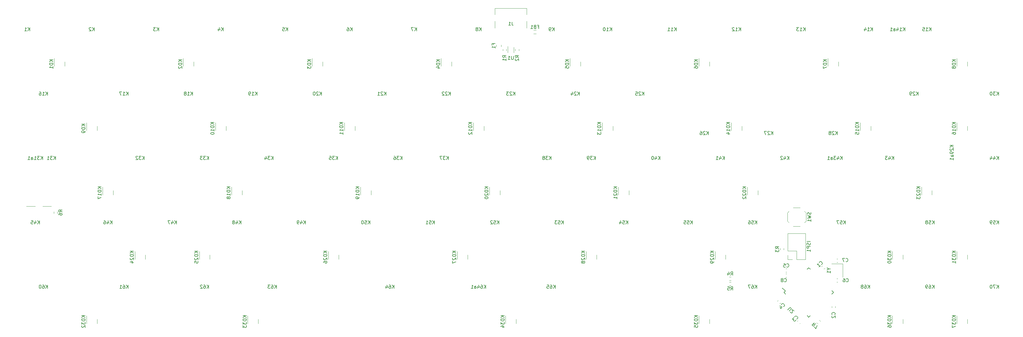
<source format=gbr>
%TF.GenerationSoftware,KiCad,Pcbnew,(5.99.0-11177-g6c67dfa032)*%
%TF.CreationDate,2021-09-16T00:44:05+03:00*%
%TF.ProjectId,Charon_32U4_Solder,43686172-6f6e-45f3-9332-55345f536f6c,rev?*%
%TF.SameCoordinates,Original*%
%TF.FileFunction,Legend,Bot*%
%TF.FilePolarity,Positive*%
%FSLAX46Y46*%
G04 Gerber Fmt 4.6, Leading zero omitted, Abs format (unit mm)*
G04 Created by KiCad (PCBNEW (5.99.0-11177-g6c67dfa032)) date 2021-09-16 00:44:05*
%MOMM*%
%LPD*%
G01*
G04 APERTURE LIST*
%ADD10C,0.150000*%
%ADD11C,0.120000*%
G04 APERTURE END LIST*
D10*
%TO.C,K70*%
X346495535Y-127119005D02*
X346495535Y-126119005D01*
X345924107Y-127119005D02*
X346352678Y-126547577D01*
X345924107Y-126119005D02*
X346495535Y-126690434D01*
X345590773Y-126119005D02*
X344924107Y-126119005D01*
X345352678Y-127119005D01*
X344352678Y-126119005D02*
X344257440Y-126119005D01*
X344162202Y-126166625D01*
X344114583Y-126214244D01*
X344066964Y-126309482D01*
X344019345Y-126499958D01*
X344019345Y-126738053D01*
X344066964Y-126928529D01*
X344114583Y-127023767D01*
X344162202Y-127071386D01*
X344257440Y-127119005D01*
X344352678Y-127119005D01*
X344447916Y-127071386D01*
X344495535Y-127023767D01*
X344543154Y-126928529D01*
X344590773Y-126738053D01*
X344590773Y-126499958D01*
X344543154Y-126309482D01*
X344495535Y-126214244D01*
X344447916Y-126166625D01*
X344352678Y-126119005D01*
%TO.C,K57*%
X301251785Y-108069005D02*
X301251785Y-107069005D01*
X300680357Y-108069005D02*
X301108928Y-107497577D01*
X300680357Y-107069005D02*
X301251785Y-107640434D01*
X299775595Y-107069005D02*
X300251785Y-107069005D01*
X300299404Y-107545196D01*
X300251785Y-107497577D01*
X300156547Y-107449958D01*
X299918452Y-107449958D01*
X299823214Y-107497577D01*
X299775595Y-107545196D01*
X299727976Y-107640434D01*
X299727976Y-107878529D01*
X299775595Y-107973767D01*
X299823214Y-108021386D01*
X299918452Y-108069005D01*
X300156547Y-108069005D01*
X300251785Y-108021386D01*
X300299404Y-107973767D01*
X299394642Y-107069005D02*
X298727976Y-107069005D01*
X299156547Y-108069005D01*
%TO.C,K58*%
X327445535Y-108069005D02*
X327445535Y-107069005D01*
X326874107Y-108069005D02*
X327302678Y-107497577D01*
X326874107Y-107069005D02*
X327445535Y-107640434D01*
X325969345Y-107069005D02*
X326445535Y-107069005D01*
X326493154Y-107545196D01*
X326445535Y-107497577D01*
X326350297Y-107449958D01*
X326112202Y-107449958D01*
X326016964Y-107497577D01*
X325969345Y-107545196D01*
X325921726Y-107640434D01*
X325921726Y-107878529D01*
X325969345Y-107973767D01*
X326016964Y-108021386D01*
X326112202Y-108069005D01*
X326350297Y-108069005D01*
X326445535Y-108021386D01*
X326493154Y-107973767D01*
X325350297Y-107497577D02*
X325445535Y-107449958D01*
X325493154Y-107402339D01*
X325540773Y-107307101D01*
X325540773Y-107259482D01*
X325493154Y-107164244D01*
X325445535Y-107116625D01*
X325350297Y-107069005D01*
X325159821Y-107069005D01*
X325064583Y-107116625D01*
X325016964Y-107164244D01*
X324969345Y-107259482D01*
X324969345Y-107307101D01*
X325016964Y-107402339D01*
X325064583Y-107449958D01*
X325159821Y-107497577D01*
X325350297Y-107497577D01*
X325445535Y-107545196D01*
X325493154Y-107592815D01*
X325540773Y-107688053D01*
X325540773Y-107878529D01*
X325493154Y-107973767D01*
X325445535Y-108021386D01*
X325350297Y-108069005D01*
X325159821Y-108069005D01*
X325064583Y-108021386D01*
X325016964Y-107973767D01*
X324969345Y-107878529D01*
X324969345Y-107688053D01*
X325016964Y-107592815D01*
X325064583Y-107545196D01*
X325159821Y-107497577D01*
%TO.C,K31*%
X67889285Y-89019005D02*
X67889285Y-88019005D01*
X67317857Y-89019005D02*
X67746428Y-88447577D01*
X67317857Y-88019005D02*
X67889285Y-88590434D01*
X66984523Y-88019005D02*
X66365476Y-88019005D01*
X66698809Y-88399958D01*
X66555952Y-88399958D01*
X66460714Y-88447577D01*
X66413095Y-88495196D01*
X66365476Y-88590434D01*
X66365476Y-88828529D01*
X66413095Y-88923767D01*
X66460714Y-88971386D01*
X66555952Y-89019005D01*
X66841666Y-89019005D01*
X66936904Y-88971386D01*
X66984523Y-88923767D01*
X65413095Y-89019005D02*
X65984523Y-89019005D01*
X65698809Y-89019005D02*
X65698809Y-88019005D01*
X65794047Y-88161863D01*
X65889285Y-88257101D01*
X65984523Y-88304720D01*
%TO.C,K43a1*%
X300307107Y-89019005D02*
X300307107Y-88019005D01*
X299735678Y-89019005D02*
X300164250Y-88447577D01*
X299735678Y-88019005D02*
X300307107Y-88590434D01*
X298878535Y-88352339D02*
X298878535Y-89019005D01*
X299116630Y-87971386D02*
X299354726Y-88685672D01*
X298735678Y-88685672D01*
X298449964Y-88019005D02*
X297830916Y-88019005D01*
X298164250Y-88399958D01*
X298021392Y-88399958D01*
X297926154Y-88447577D01*
X297878535Y-88495196D01*
X297830916Y-88590434D01*
X297830916Y-88828529D01*
X297878535Y-88923767D01*
X297926154Y-88971386D01*
X298021392Y-89019005D01*
X298307107Y-89019005D01*
X298402345Y-88971386D01*
X298449964Y-88923767D01*
X296973773Y-89019005D02*
X296973773Y-88495196D01*
X297021392Y-88399958D01*
X297116630Y-88352339D01*
X297307107Y-88352339D01*
X297402345Y-88399958D01*
X296973773Y-88971386D02*
X297069011Y-89019005D01*
X297307107Y-89019005D01*
X297402345Y-88971386D01*
X297449964Y-88876148D01*
X297449964Y-88780910D01*
X297402345Y-88685672D01*
X297307107Y-88638053D01*
X297069011Y-88638053D01*
X296973773Y-88590434D01*
X295973773Y-89019005D02*
X296545202Y-89019005D01*
X296259488Y-89019005D02*
X296259488Y-88019005D01*
X296354726Y-88161863D01*
X296449964Y-88257101D01*
X296545202Y-88304720D01*
%TO.C,K7*%
X174569345Y-50919005D02*
X174569345Y-49919005D01*
X173997916Y-50919005D02*
X174426488Y-50347577D01*
X173997916Y-49919005D02*
X174569345Y-50490434D01*
X173664583Y-49919005D02*
X172997916Y-49919005D01*
X173426488Y-50919005D01*
%TO.C,K49*%
X141708035Y-108069005D02*
X141708035Y-107069005D01*
X141136607Y-108069005D02*
X141565178Y-107497577D01*
X141136607Y-107069005D02*
X141708035Y-107640434D01*
X140279464Y-107402339D02*
X140279464Y-108069005D01*
X140517559Y-107021386D02*
X140755654Y-107735672D01*
X140136607Y-107735672D01*
X139708035Y-108069005D02*
X139517559Y-108069005D01*
X139422321Y-108021386D01*
X139374702Y-107973767D01*
X139279464Y-107830910D01*
X139231845Y-107640434D01*
X139231845Y-107259482D01*
X139279464Y-107164244D01*
X139327083Y-107116625D01*
X139422321Y-107069005D01*
X139612797Y-107069005D01*
X139708035Y-107116625D01*
X139755654Y-107164244D01*
X139803273Y-107259482D01*
X139803273Y-107497577D01*
X139755654Y-107592815D01*
X139708035Y-107640434D01*
X139612797Y-107688053D01*
X139422321Y-107688053D01*
X139327083Y-107640434D01*
X139279464Y-107592815D01*
X139231845Y-107497577D01*
%TO.C,K64a1*%
X195024107Y-127119005D02*
X195024107Y-126119005D01*
X194452678Y-127119005D02*
X194881250Y-126547577D01*
X194452678Y-126119005D02*
X195024107Y-126690434D01*
X193595535Y-126119005D02*
X193786011Y-126119005D01*
X193881250Y-126166625D01*
X193928869Y-126214244D01*
X194024107Y-126357101D01*
X194071726Y-126547577D01*
X194071726Y-126928529D01*
X194024107Y-127023767D01*
X193976488Y-127071386D01*
X193881250Y-127119005D01*
X193690773Y-127119005D01*
X193595535Y-127071386D01*
X193547916Y-127023767D01*
X193500297Y-126928529D01*
X193500297Y-126690434D01*
X193547916Y-126595196D01*
X193595535Y-126547577D01*
X193690773Y-126499958D01*
X193881250Y-126499958D01*
X193976488Y-126547577D01*
X194024107Y-126595196D01*
X194071726Y-126690434D01*
X192643154Y-126452339D02*
X192643154Y-127119005D01*
X192881250Y-126071386D02*
X193119345Y-126785672D01*
X192500297Y-126785672D01*
X191690773Y-127119005D02*
X191690773Y-126595196D01*
X191738392Y-126499958D01*
X191833630Y-126452339D01*
X192024107Y-126452339D01*
X192119345Y-126499958D01*
X191690773Y-127071386D02*
X191786011Y-127119005D01*
X192024107Y-127119005D01*
X192119345Y-127071386D01*
X192166964Y-126976148D01*
X192166964Y-126880910D01*
X192119345Y-126785672D01*
X192024107Y-126738053D01*
X191786011Y-126738053D01*
X191690773Y-126690434D01*
X190690773Y-127119005D02*
X191262202Y-127119005D01*
X190976488Y-127119005D02*
X190976488Y-126119005D01*
X191071726Y-126261863D01*
X191166964Y-126357101D01*
X191262202Y-126404720D01*
%TO.C,K34*%
X132183035Y-89019005D02*
X132183035Y-88019005D01*
X131611607Y-89019005D02*
X132040178Y-88447577D01*
X131611607Y-88019005D02*
X132183035Y-88590434D01*
X131278273Y-88019005D02*
X130659226Y-88019005D01*
X130992559Y-88399958D01*
X130849702Y-88399958D01*
X130754464Y-88447577D01*
X130706845Y-88495196D01*
X130659226Y-88590434D01*
X130659226Y-88828529D01*
X130706845Y-88923767D01*
X130754464Y-88971386D01*
X130849702Y-89019005D01*
X131135416Y-89019005D01*
X131230654Y-88971386D01*
X131278273Y-88923767D01*
X129802083Y-88352339D02*
X129802083Y-89019005D01*
X130040178Y-87971386D02*
X130278273Y-88685672D01*
X129659226Y-88685672D01*
%TO.C,K9*%
X215209345Y-50919005D02*
X215209345Y-49919005D01*
X214637916Y-50919005D02*
X215066488Y-50347577D01*
X214637916Y-49919005D02*
X215209345Y-50490434D01*
X214161726Y-50919005D02*
X213971250Y-50919005D01*
X213876011Y-50871386D01*
X213828392Y-50823767D01*
X213733154Y-50680910D01*
X213685535Y-50490434D01*
X213685535Y-50109482D01*
X213733154Y-50014244D01*
X213780773Y-49966625D01*
X213876011Y-49919005D01*
X214066488Y-49919005D01*
X214161726Y-49966625D01*
X214209345Y-50014244D01*
X214256964Y-50109482D01*
X214256964Y-50347577D01*
X214209345Y-50442815D01*
X214161726Y-50490434D01*
X214066488Y-50538053D01*
X213876011Y-50538053D01*
X213780773Y-50490434D01*
X213733154Y-50442815D01*
X213685535Y-50347577D01*
%TO.C,K33*%
X113133035Y-89019005D02*
X113133035Y-88019005D01*
X112561607Y-89019005D02*
X112990178Y-88447577D01*
X112561607Y-88019005D02*
X113133035Y-88590434D01*
X112228273Y-88019005D02*
X111609226Y-88019005D01*
X111942559Y-88399958D01*
X111799702Y-88399958D01*
X111704464Y-88447577D01*
X111656845Y-88495196D01*
X111609226Y-88590434D01*
X111609226Y-88828529D01*
X111656845Y-88923767D01*
X111704464Y-88971386D01*
X111799702Y-89019005D01*
X112085416Y-89019005D01*
X112180654Y-88971386D01*
X112228273Y-88923767D01*
X111275892Y-88019005D02*
X110656845Y-88019005D01*
X110990178Y-88399958D01*
X110847321Y-88399958D01*
X110752083Y-88447577D01*
X110704464Y-88495196D01*
X110656845Y-88590434D01*
X110656845Y-88828529D01*
X110704464Y-88923767D01*
X110752083Y-88971386D01*
X110847321Y-89019005D01*
X111133035Y-89019005D01*
X111228273Y-88971386D01*
X111275892Y-88923767D01*
%TO.C,K56*%
X275058035Y-108069005D02*
X275058035Y-107069005D01*
X274486607Y-108069005D02*
X274915178Y-107497577D01*
X274486607Y-107069005D02*
X275058035Y-107640434D01*
X273581845Y-107069005D02*
X274058035Y-107069005D01*
X274105654Y-107545196D01*
X274058035Y-107497577D01*
X273962797Y-107449958D01*
X273724702Y-107449958D01*
X273629464Y-107497577D01*
X273581845Y-107545196D01*
X273534226Y-107640434D01*
X273534226Y-107878529D01*
X273581845Y-107973767D01*
X273629464Y-108021386D01*
X273724702Y-108069005D01*
X273962797Y-108069005D01*
X274058035Y-108021386D01*
X274105654Y-107973767D01*
X272677083Y-107069005D02*
X272867559Y-107069005D01*
X272962797Y-107116625D01*
X273010416Y-107164244D01*
X273105654Y-107307101D01*
X273153273Y-107497577D01*
X273153273Y-107878529D01*
X273105654Y-107973767D01*
X273058035Y-108021386D01*
X272962797Y-108069005D01*
X272772321Y-108069005D01*
X272677083Y-108021386D01*
X272629464Y-107973767D01*
X272581845Y-107878529D01*
X272581845Y-107640434D01*
X272629464Y-107545196D01*
X272677083Y-107497577D01*
X272772321Y-107449958D01*
X272962797Y-107449958D01*
X273058035Y-107497577D01*
X273105654Y-107545196D01*
X273153273Y-107640434D01*
%TO.C,K54*%
X236958035Y-108069005D02*
X236958035Y-107069005D01*
X236386607Y-108069005D02*
X236815178Y-107497577D01*
X236386607Y-107069005D02*
X236958035Y-107640434D01*
X235481845Y-107069005D02*
X235958035Y-107069005D01*
X236005654Y-107545196D01*
X235958035Y-107497577D01*
X235862797Y-107449958D01*
X235624702Y-107449958D01*
X235529464Y-107497577D01*
X235481845Y-107545196D01*
X235434226Y-107640434D01*
X235434226Y-107878529D01*
X235481845Y-107973767D01*
X235529464Y-108021386D01*
X235624702Y-108069005D01*
X235862797Y-108069005D01*
X235958035Y-108021386D01*
X236005654Y-107973767D01*
X234577083Y-107402339D02*
X234577083Y-108069005D01*
X234815178Y-107021386D02*
X235053273Y-107735672D01*
X234434226Y-107735672D01*
%TO.C,K8*%
X193619345Y-50919005D02*
X193619345Y-49919005D01*
X193047916Y-50919005D02*
X193476488Y-50347577D01*
X193047916Y-49919005D02*
X193619345Y-50490434D01*
X192476488Y-50347577D02*
X192571726Y-50299958D01*
X192619345Y-50252339D01*
X192666964Y-50157101D01*
X192666964Y-50109482D01*
X192619345Y-50014244D01*
X192571726Y-49966625D01*
X192476488Y-49919005D01*
X192286011Y-49919005D01*
X192190773Y-49966625D01*
X192143154Y-50014244D01*
X192095535Y-50109482D01*
X192095535Y-50157101D01*
X192143154Y-50252339D01*
X192190773Y-50299958D01*
X192286011Y-50347577D01*
X192476488Y-50347577D01*
X192571726Y-50395196D01*
X192619345Y-50442815D01*
X192666964Y-50538053D01*
X192666964Y-50728529D01*
X192619345Y-50823767D01*
X192571726Y-50871386D01*
X192476488Y-50919005D01*
X192286011Y-50919005D01*
X192190773Y-50871386D01*
X192143154Y-50823767D01*
X192095535Y-50728529D01*
X192095535Y-50538053D01*
X192143154Y-50442815D01*
X192190773Y-50395196D01*
X192286011Y-50347577D01*
%TO.C,K24*%
X222670535Y-69969005D02*
X222670535Y-68969005D01*
X222099107Y-69969005D02*
X222527678Y-69397577D01*
X222099107Y-68969005D02*
X222670535Y-69540434D01*
X221718154Y-69064244D02*
X221670535Y-69016625D01*
X221575297Y-68969005D01*
X221337202Y-68969005D01*
X221241964Y-69016625D01*
X221194345Y-69064244D01*
X221146726Y-69159482D01*
X221146726Y-69254720D01*
X221194345Y-69397577D01*
X221765773Y-69969005D01*
X221146726Y-69969005D01*
X220289583Y-69302339D02*
X220289583Y-69969005D01*
X220527678Y-68921386D02*
X220765773Y-69635672D01*
X220146726Y-69635672D01*
%TO.C,K40*%
X246483035Y-89019005D02*
X246483035Y-88019005D01*
X245911607Y-89019005D02*
X246340178Y-88447577D01*
X245911607Y-88019005D02*
X246483035Y-88590434D01*
X245054464Y-88352339D02*
X245054464Y-89019005D01*
X245292559Y-87971386D02*
X245530654Y-88685672D01*
X244911607Y-88685672D01*
X244340178Y-88019005D02*
X244244940Y-88019005D01*
X244149702Y-88066625D01*
X244102083Y-88114244D01*
X244054464Y-88209482D01*
X244006845Y-88399958D01*
X244006845Y-88638053D01*
X244054464Y-88828529D01*
X244102083Y-88923767D01*
X244149702Y-88971386D01*
X244244940Y-89019005D01*
X244340178Y-89019005D01*
X244435416Y-88971386D01*
X244483035Y-88923767D01*
X244530654Y-88828529D01*
X244578273Y-88638053D01*
X244578273Y-88399958D01*
X244530654Y-88209482D01*
X244483035Y-88114244D01*
X244435416Y-88066625D01*
X244340178Y-88019005D01*
%TO.C,K11*%
X251245535Y-50919005D02*
X251245535Y-49919005D01*
X250674107Y-50919005D02*
X251102678Y-50347577D01*
X250674107Y-49919005D02*
X251245535Y-50490434D01*
X249721726Y-50919005D02*
X250293154Y-50919005D01*
X250007440Y-50919005D02*
X250007440Y-49919005D01*
X250102678Y-50061863D01*
X250197916Y-50157101D01*
X250293154Y-50204720D01*
X248769345Y-50919005D02*
X249340773Y-50919005D01*
X249055059Y-50919005D02*
X249055059Y-49919005D01*
X249150297Y-50061863D01*
X249245535Y-50157101D01*
X249340773Y-50204720D01*
%TO.C,K31a1*%
X64055357Y-89019005D02*
X64055357Y-88019005D01*
X63483928Y-89019005D02*
X63912500Y-88447577D01*
X63483928Y-88019005D02*
X64055357Y-88590434D01*
X63150595Y-88019005D02*
X62531547Y-88019005D01*
X62864880Y-88399958D01*
X62722023Y-88399958D01*
X62626785Y-88447577D01*
X62579166Y-88495196D01*
X62531547Y-88590434D01*
X62531547Y-88828529D01*
X62579166Y-88923767D01*
X62626785Y-88971386D01*
X62722023Y-89019005D01*
X63007738Y-89019005D01*
X63102976Y-88971386D01*
X63150595Y-88923767D01*
X61579166Y-89019005D02*
X62150595Y-89019005D01*
X61864880Y-89019005D02*
X61864880Y-88019005D01*
X61960119Y-88161863D01*
X62055357Y-88257101D01*
X62150595Y-88304720D01*
X60722023Y-89019005D02*
X60722023Y-88495196D01*
X60769642Y-88399958D01*
X60864880Y-88352339D01*
X61055357Y-88352339D01*
X61150595Y-88399958D01*
X60722023Y-88971386D02*
X60817261Y-89019005D01*
X61055357Y-89019005D01*
X61150595Y-88971386D01*
X61198214Y-88876148D01*
X61198214Y-88780910D01*
X61150595Y-88685672D01*
X61055357Y-88638053D01*
X60817261Y-88638053D01*
X60722023Y-88590434D01*
X59722023Y-89019005D02*
X60293452Y-89019005D01*
X60007738Y-89019005D02*
X60007738Y-88019005D01*
X60102976Y-88161863D01*
X60198214Y-88257101D01*
X60293452Y-88304720D01*
%TO.C,K15*%
X326556535Y-50919005D02*
X326556535Y-49919005D01*
X325985107Y-50919005D02*
X326413678Y-50347577D01*
X325985107Y-49919005D02*
X326556535Y-50490434D01*
X325032726Y-50919005D02*
X325604154Y-50919005D01*
X325318440Y-50919005D02*
X325318440Y-49919005D01*
X325413678Y-50061863D01*
X325508916Y-50157101D01*
X325604154Y-50204720D01*
X324127964Y-49919005D02*
X324604154Y-49919005D01*
X324651773Y-50395196D01*
X324604154Y-50347577D01*
X324508916Y-50299958D01*
X324270821Y-50299958D01*
X324175583Y-50347577D01*
X324127964Y-50395196D01*
X324080345Y-50490434D01*
X324080345Y-50728529D01*
X324127964Y-50823767D01*
X324175583Y-50871386D01*
X324270821Y-50919005D01*
X324508916Y-50919005D01*
X324604154Y-50871386D01*
X324651773Y-50823767D01*
%TO.C,K52*%
X198858035Y-108069005D02*
X198858035Y-107069005D01*
X198286607Y-108069005D02*
X198715178Y-107497577D01*
X198286607Y-107069005D02*
X198858035Y-107640434D01*
X197381845Y-107069005D02*
X197858035Y-107069005D01*
X197905654Y-107545196D01*
X197858035Y-107497577D01*
X197762797Y-107449958D01*
X197524702Y-107449958D01*
X197429464Y-107497577D01*
X197381845Y-107545196D01*
X197334226Y-107640434D01*
X197334226Y-107878529D01*
X197381845Y-107973767D01*
X197429464Y-108021386D01*
X197524702Y-108069005D01*
X197762797Y-108069005D01*
X197858035Y-108021386D01*
X197905654Y-107973767D01*
X196953273Y-107164244D02*
X196905654Y-107116625D01*
X196810416Y-107069005D01*
X196572321Y-107069005D01*
X196477083Y-107116625D01*
X196429464Y-107164244D01*
X196381845Y-107259482D01*
X196381845Y-107354720D01*
X196429464Y-107497577D01*
X197000892Y-108069005D01*
X196381845Y-108069005D01*
%TO.C,K53*%
X217908035Y-108069005D02*
X217908035Y-107069005D01*
X217336607Y-108069005D02*
X217765178Y-107497577D01*
X217336607Y-107069005D02*
X217908035Y-107640434D01*
X216431845Y-107069005D02*
X216908035Y-107069005D01*
X216955654Y-107545196D01*
X216908035Y-107497577D01*
X216812797Y-107449958D01*
X216574702Y-107449958D01*
X216479464Y-107497577D01*
X216431845Y-107545196D01*
X216384226Y-107640434D01*
X216384226Y-107878529D01*
X216431845Y-107973767D01*
X216479464Y-108021386D01*
X216574702Y-108069005D01*
X216812797Y-108069005D01*
X216908035Y-108021386D01*
X216955654Y-107973767D01*
X216050892Y-107069005D02*
X215431845Y-107069005D01*
X215765178Y-107449958D01*
X215622321Y-107449958D01*
X215527083Y-107497577D01*
X215479464Y-107545196D01*
X215431845Y-107640434D01*
X215431845Y-107878529D01*
X215479464Y-107973767D01*
X215527083Y-108021386D01*
X215622321Y-108069005D01*
X215908035Y-108069005D01*
X216003273Y-108021386D01*
X216050892Y-107973767D01*
%TO.C,K10*%
X232195535Y-50919005D02*
X232195535Y-49919005D01*
X231624107Y-50919005D02*
X232052678Y-50347577D01*
X231624107Y-49919005D02*
X232195535Y-50490434D01*
X230671726Y-50919005D02*
X231243154Y-50919005D01*
X230957440Y-50919005D02*
X230957440Y-49919005D01*
X231052678Y-50061863D01*
X231147916Y-50157101D01*
X231243154Y-50204720D01*
X230052678Y-49919005D02*
X229957440Y-49919005D01*
X229862202Y-49966625D01*
X229814583Y-50014244D01*
X229766964Y-50109482D01*
X229719345Y-50299958D01*
X229719345Y-50538053D01*
X229766964Y-50728529D01*
X229814583Y-50823767D01*
X229862202Y-50871386D01*
X229957440Y-50919005D01*
X230052678Y-50919005D01*
X230147916Y-50871386D01*
X230195535Y-50823767D01*
X230243154Y-50728529D01*
X230290773Y-50538053D01*
X230290773Y-50299958D01*
X230243154Y-50109482D01*
X230195535Y-50014244D01*
X230147916Y-49966625D01*
X230052678Y-49919005D01*
%TO.C,K63*%
X133135535Y-127119005D02*
X133135535Y-126119005D01*
X132564107Y-127119005D02*
X132992678Y-126547577D01*
X132564107Y-126119005D02*
X133135535Y-126690434D01*
X131706964Y-126119005D02*
X131897440Y-126119005D01*
X131992678Y-126166625D01*
X132040297Y-126214244D01*
X132135535Y-126357101D01*
X132183154Y-126547577D01*
X132183154Y-126928529D01*
X132135535Y-127023767D01*
X132087916Y-127071386D01*
X131992678Y-127119005D01*
X131802202Y-127119005D01*
X131706964Y-127071386D01*
X131659345Y-127023767D01*
X131611726Y-126928529D01*
X131611726Y-126690434D01*
X131659345Y-126595196D01*
X131706964Y-126547577D01*
X131802202Y-126499958D01*
X131992678Y-126499958D01*
X132087916Y-126547577D01*
X132135535Y-126595196D01*
X132183154Y-126690434D01*
X131278392Y-126119005D02*
X130659345Y-126119005D01*
X130992678Y-126499958D01*
X130849821Y-126499958D01*
X130754583Y-126547577D01*
X130706964Y-126595196D01*
X130659345Y-126690434D01*
X130659345Y-126928529D01*
X130706964Y-127023767D01*
X130754583Y-127071386D01*
X130849821Y-127119005D01*
X131135535Y-127119005D01*
X131230773Y-127071386D01*
X131278392Y-127023767D01*
%TO.C,K27*%
X279820535Y-81653005D02*
X279820535Y-80653005D01*
X279249107Y-81653005D02*
X279677678Y-81081577D01*
X279249107Y-80653005D02*
X279820535Y-81224434D01*
X278868154Y-80748244D02*
X278820535Y-80700625D01*
X278725297Y-80653005D01*
X278487202Y-80653005D01*
X278391964Y-80700625D01*
X278344345Y-80748244D01*
X278296726Y-80843482D01*
X278296726Y-80938720D01*
X278344345Y-81081577D01*
X278915773Y-81653005D01*
X278296726Y-81653005D01*
X277963392Y-80653005D02*
X277296726Y-80653005D01*
X277725297Y-81653005D01*
%TO.C,K51*%
X179808035Y-108069005D02*
X179808035Y-107069005D01*
X179236607Y-108069005D02*
X179665178Y-107497577D01*
X179236607Y-107069005D02*
X179808035Y-107640434D01*
X178331845Y-107069005D02*
X178808035Y-107069005D01*
X178855654Y-107545196D01*
X178808035Y-107497577D01*
X178712797Y-107449958D01*
X178474702Y-107449958D01*
X178379464Y-107497577D01*
X178331845Y-107545196D01*
X178284226Y-107640434D01*
X178284226Y-107878529D01*
X178331845Y-107973767D01*
X178379464Y-108021386D01*
X178474702Y-108069005D01*
X178712797Y-108069005D01*
X178808035Y-108021386D01*
X178855654Y-107973767D01*
X177331845Y-108069005D02*
X177903273Y-108069005D01*
X177617559Y-108069005D02*
X177617559Y-107069005D01*
X177712797Y-107211863D01*
X177808035Y-107307101D01*
X177903273Y-107354720D01*
%TO.C,K5*%
X136469345Y-50919005D02*
X136469345Y-49919005D01*
X135897916Y-50919005D02*
X136326488Y-50347577D01*
X135897916Y-49919005D02*
X136469345Y-50490434D01*
X134993154Y-49919005D02*
X135469345Y-49919005D01*
X135516964Y-50395196D01*
X135469345Y-50347577D01*
X135374107Y-50299958D01*
X135136011Y-50299958D01*
X135040773Y-50347577D01*
X134993154Y-50395196D01*
X134945535Y-50490434D01*
X134945535Y-50728529D01*
X134993154Y-50823767D01*
X135040773Y-50871386D01*
X135136011Y-50919005D01*
X135374107Y-50919005D01*
X135469345Y-50871386D01*
X135516964Y-50823767D01*
%TO.C,K50*%
X160758035Y-108069005D02*
X160758035Y-107069005D01*
X160186607Y-108069005D02*
X160615178Y-107497577D01*
X160186607Y-107069005D02*
X160758035Y-107640434D01*
X159281845Y-107069005D02*
X159758035Y-107069005D01*
X159805654Y-107545196D01*
X159758035Y-107497577D01*
X159662797Y-107449958D01*
X159424702Y-107449958D01*
X159329464Y-107497577D01*
X159281845Y-107545196D01*
X159234226Y-107640434D01*
X159234226Y-107878529D01*
X159281845Y-107973767D01*
X159329464Y-108021386D01*
X159424702Y-108069005D01*
X159662797Y-108069005D01*
X159758035Y-108021386D01*
X159805654Y-107973767D01*
X158615178Y-107069005D02*
X158519940Y-107069005D01*
X158424702Y-107116625D01*
X158377083Y-107164244D01*
X158329464Y-107259482D01*
X158281845Y-107449958D01*
X158281845Y-107688053D01*
X158329464Y-107878529D01*
X158377083Y-107973767D01*
X158424702Y-108021386D01*
X158519940Y-108069005D01*
X158615178Y-108069005D01*
X158710416Y-108021386D01*
X158758035Y-107973767D01*
X158805654Y-107878529D01*
X158853273Y-107688053D01*
X158853273Y-107449958D01*
X158805654Y-107259482D01*
X158758035Y-107164244D01*
X158710416Y-107116625D01*
X158615178Y-107069005D01*
%TO.C,K41*%
X265533035Y-89019005D02*
X265533035Y-88019005D01*
X264961607Y-89019005D02*
X265390178Y-88447577D01*
X264961607Y-88019005D02*
X265533035Y-88590434D01*
X264104464Y-88352339D02*
X264104464Y-89019005D01*
X264342559Y-87971386D02*
X264580654Y-88685672D01*
X263961607Y-88685672D01*
X263056845Y-89019005D02*
X263628273Y-89019005D01*
X263342559Y-89019005D02*
X263342559Y-88019005D01*
X263437797Y-88161863D01*
X263533035Y-88257101D01*
X263628273Y-88304720D01*
%TO.C,K17*%
X89320535Y-69969005D02*
X89320535Y-68969005D01*
X88749107Y-69969005D02*
X89177678Y-69397577D01*
X88749107Y-68969005D02*
X89320535Y-69540434D01*
X87796726Y-69969005D02*
X88368154Y-69969005D01*
X88082440Y-69969005D02*
X88082440Y-68969005D01*
X88177678Y-69111863D01*
X88272916Y-69207101D01*
X88368154Y-69254720D01*
X87463392Y-68969005D02*
X86796726Y-68969005D01*
X87225297Y-69969005D01*
%TO.C,K38*%
X214288535Y-89019005D02*
X214288535Y-88019005D01*
X213717107Y-89019005D02*
X214145678Y-88447577D01*
X213717107Y-88019005D02*
X214288535Y-88590434D01*
X213383773Y-88019005D02*
X212764726Y-88019005D01*
X213098059Y-88399958D01*
X212955202Y-88399958D01*
X212859964Y-88447577D01*
X212812345Y-88495196D01*
X212764726Y-88590434D01*
X212764726Y-88828529D01*
X212812345Y-88923767D01*
X212859964Y-88971386D01*
X212955202Y-89019005D01*
X213240916Y-89019005D01*
X213336154Y-88971386D01*
X213383773Y-88923767D01*
X212193297Y-88447577D02*
X212288535Y-88399958D01*
X212336154Y-88352339D01*
X212383773Y-88257101D01*
X212383773Y-88209482D01*
X212336154Y-88114244D01*
X212288535Y-88066625D01*
X212193297Y-88019005D01*
X212002821Y-88019005D01*
X211907583Y-88066625D01*
X211859964Y-88114244D01*
X211812345Y-88209482D01*
X211812345Y-88257101D01*
X211859964Y-88352339D01*
X211907583Y-88399958D01*
X212002821Y-88447577D01*
X212193297Y-88447577D01*
X212288535Y-88495196D01*
X212336154Y-88542815D01*
X212383773Y-88638053D01*
X212383773Y-88828529D01*
X212336154Y-88923767D01*
X212288535Y-88971386D01*
X212193297Y-89019005D01*
X212002821Y-89019005D01*
X211907583Y-88971386D01*
X211859964Y-88923767D01*
X211812345Y-88828529D01*
X211812345Y-88638053D01*
X211859964Y-88542815D01*
X211907583Y-88495196D01*
X212002821Y-88447577D01*
%TO.C,K64*%
X167901785Y-127119005D02*
X167901785Y-126119005D01*
X167330357Y-127119005D02*
X167758928Y-126547577D01*
X167330357Y-126119005D02*
X167901785Y-126690434D01*
X166473214Y-126119005D02*
X166663690Y-126119005D01*
X166758928Y-126166625D01*
X166806547Y-126214244D01*
X166901785Y-126357101D01*
X166949404Y-126547577D01*
X166949404Y-126928529D01*
X166901785Y-127023767D01*
X166854166Y-127071386D01*
X166758928Y-127119005D01*
X166568452Y-127119005D01*
X166473214Y-127071386D01*
X166425595Y-127023767D01*
X166377976Y-126928529D01*
X166377976Y-126690434D01*
X166425595Y-126595196D01*
X166473214Y-126547577D01*
X166568452Y-126499958D01*
X166758928Y-126499958D01*
X166854166Y-126547577D01*
X166901785Y-126595196D01*
X166949404Y-126690434D01*
X165520833Y-126452339D02*
X165520833Y-127119005D01*
X165758928Y-126071386D02*
X165997023Y-126785672D01*
X165377976Y-126785672D01*
%TO.C,K19*%
X127420535Y-69969005D02*
X127420535Y-68969005D01*
X126849107Y-69969005D02*
X127277678Y-69397577D01*
X126849107Y-68969005D02*
X127420535Y-69540434D01*
X125896726Y-69969005D02*
X126468154Y-69969005D01*
X126182440Y-69969005D02*
X126182440Y-68969005D01*
X126277678Y-69111863D01*
X126372916Y-69207101D01*
X126468154Y-69254720D01*
X125420535Y-69969005D02*
X125230059Y-69969005D01*
X125134821Y-69921386D01*
X125087202Y-69873767D01*
X124991964Y-69730910D01*
X124944345Y-69540434D01*
X124944345Y-69159482D01*
X124991964Y-69064244D01*
X125039583Y-69016625D01*
X125134821Y-68969005D01*
X125325297Y-68969005D01*
X125420535Y-69016625D01*
X125468154Y-69064244D01*
X125515773Y-69159482D01*
X125515773Y-69397577D01*
X125468154Y-69492815D01*
X125420535Y-69540434D01*
X125325297Y-69588053D01*
X125134821Y-69588053D01*
X125039583Y-69540434D01*
X124991964Y-69492815D01*
X124944345Y-69397577D01*
%TO.C,K29a1*%
X333160630Y-84772767D02*
X332160630Y-84772767D01*
X333160630Y-85344196D02*
X332589202Y-84915625D01*
X332160630Y-85344196D02*
X332732059Y-84772767D01*
X332255869Y-85725148D02*
X332208250Y-85772767D01*
X332160630Y-85868005D01*
X332160630Y-86106101D01*
X332208250Y-86201339D01*
X332255869Y-86248958D01*
X332351107Y-86296577D01*
X332446345Y-86296577D01*
X332589202Y-86248958D01*
X333160630Y-85677529D01*
X333160630Y-86296577D01*
X333160630Y-86772767D02*
X333160630Y-86963244D01*
X333113011Y-87058482D01*
X333065392Y-87106101D01*
X332922535Y-87201339D01*
X332732059Y-87248958D01*
X332351107Y-87248958D01*
X332255869Y-87201339D01*
X332208250Y-87153720D01*
X332160630Y-87058482D01*
X332160630Y-86868005D01*
X332208250Y-86772767D01*
X332255869Y-86725148D01*
X332351107Y-86677529D01*
X332589202Y-86677529D01*
X332684440Y-86725148D01*
X332732059Y-86772767D01*
X332779678Y-86868005D01*
X332779678Y-87058482D01*
X332732059Y-87153720D01*
X332684440Y-87201339D01*
X332589202Y-87248958D01*
X333160630Y-88106101D02*
X332636821Y-88106101D01*
X332541583Y-88058482D01*
X332493964Y-87963244D01*
X332493964Y-87772767D01*
X332541583Y-87677529D01*
X333113011Y-88106101D02*
X333160630Y-88010863D01*
X333160630Y-87772767D01*
X333113011Y-87677529D01*
X333017773Y-87629910D01*
X332922535Y-87629910D01*
X332827297Y-87677529D01*
X332779678Y-87772767D01*
X332779678Y-88010863D01*
X332732059Y-88106101D01*
X333160630Y-89106101D02*
X333160630Y-88534672D01*
X333160630Y-88820386D02*
X332160630Y-88820386D01*
X332303488Y-88725148D01*
X332398726Y-88629910D01*
X332446345Y-88534672D01*
%TO.C,K3*%
X98369345Y-50919005D02*
X98369345Y-49919005D01*
X97797916Y-50919005D02*
X98226488Y-50347577D01*
X97797916Y-49919005D02*
X98369345Y-50490434D01*
X97464583Y-49919005D02*
X96845535Y-49919005D01*
X97178869Y-50299958D01*
X97036011Y-50299958D01*
X96940773Y-50347577D01*
X96893154Y-50395196D01*
X96845535Y-50490434D01*
X96845535Y-50728529D01*
X96893154Y-50823767D01*
X96940773Y-50871386D01*
X97036011Y-50919005D01*
X97321726Y-50919005D01*
X97416964Y-50871386D01*
X97464583Y-50823767D01*
%TO.C,K29*%
X322746535Y-69969005D02*
X322746535Y-68969005D01*
X322175107Y-69969005D02*
X322603678Y-69397577D01*
X322175107Y-68969005D02*
X322746535Y-69540434D01*
X321794154Y-69064244D02*
X321746535Y-69016625D01*
X321651297Y-68969005D01*
X321413202Y-68969005D01*
X321317964Y-69016625D01*
X321270345Y-69064244D01*
X321222726Y-69159482D01*
X321222726Y-69254720D01*
X321270345Y-69397577D01*
X321841773Y-69969005D01*
X321222726Y-69969005D01*
X320746535Y-69969005D02*
X320556059Y-69969005D01*
X320460821Y-69921386D01*
X320413202Y-69873767D01*
X320317964Y-69730910D01*
X320270345Y-69540434D01*
X320270345Y-69159482D01*
X320317964Y-69064244D01*
X320365583Y-69016625D01*
X320460821Y-68969005D01*
X320651297Y-68969005D01*
X320746535Y-69016625D01*
X320794154Y-69064244D01*
X320841773Y-69159482D01*
X320841773Y-69397577D01*
X320794154Y-69492815D01*
X320746535Y-69540434D01*
X320651297Y-69588053D01*
X320460821Y-69588053D01*
X320365583Y-69540434D01*
X320317964Y-69492815D01*
X320270345Y-69397577D01*
%TO.C,K4*%
X117419345Y-50919005D02*
X117419345Y-49919005D01*
X116847916Y-50919005D02*
X117276488Y-50347577D01*
X116847916Y-49919005D02*
X117419345Y-50490434D01*
X115990773Y-50252339D02*
X115990773Y-50919005D01*
X116228869Y-49871386D02*
X116466964Y-50585672D01*
X115847916Y-50585672D01*
%TO.C,K37*%
X183935535Y-89019005D02*
X183935535Y-88019005D01*
X183364107Y-89019005D02*
X183792678Y-88447577D01*
X183364107Y-88019005D02*
X183935535Y-88590434D01*
X183030773Y-88019005D02*
X182411726Y-88019005D01*
X182745059Y-88399958D01*
X182602202Y-88399958D01*
X182506964Y-88447577D01*
X182459345Y-88495196D01*
X182411726Y-88590434D01*
X182411726Y-88828529D01*
X182459345Y-88923767D01*
X182506964Y-88971386D01*
X182602202Y-89019005D01*
X182887916Y-89019005D01*
X182983154Y-88971386D01*
X183030773Y-88923767D01*
X182078392Y-88019005D02*
X181411726Y-88019005D01*
X181840297Y-89019005D01*
%TO.C,K23*%
X203620535Y-69969005D02*
X203620535Y-68969005D01*
X203049107Y-69969005D02*
X203477678Y-69397577D01*
X203049107Y-68969005D02*
X203620535Y-69540434D01*
X202668154Y-69064244D02*
X202620535Y-69016625D01*
X202525297Y-68969005D01*
X202287202Y-68969005D01*
X202191964Y-69016625D01*
X202144345Y-69064244D01*
X202096726Y-69159482D01*
X202096726Y-69254720D01*
X202144345Y-69397577D01*
X202715773Y-69969005D01*
X202096726Y-69969005D01*
X201763392Y-68969005D02*
X201144345Y-68969005D01*
X201477678Y-69349958D01*
X201334821Y-69349958D01*
X201239583Y-69397577D01*
X201191964Y-69445196D01*
X201144345Y-69540434D01*
X201144345Y-69778529D01*
X201191964Y-69873767D01*
X201239583Y-69921386D01*
X201334821Y-69969005D01*
X201620535Y-69969005D01*
X201715773Y-69921386D01*
X201763392Y-69873767D01*
%TO.C,K32*%
X94083035Y-89019005D02*
X94083035Y-88019005D01*
X93511607Y-89019005D02*
X93940178Y-88447577D01*
X93511607Y-88019005D02*
X94083035Y-88590434D01*
X93178273Y-88019005D02*
X92559226Y-88019005D01*
X92892559Y-88399958D01*
X92749702Y-88399958D01*
X92654464Y-88447577D01*
X92606845Y-88495196D01*
X92559226Y-88590434D01*
X92559226Y-88828529D01*
X92606845Y-88923767D01*
X92654464Y-88971386D01*
X92749702Y-89019005D01*
X93035416Y-89019005D01*
X93130654Y-88971386D01*
X93178273Y-88923767D01*
X92178273Y-88114244D02*
X92130654Y-88066625D01*
X92035416Y-88019005D01*
X91797321Y-88019005D01*
X91702083Y-88066625D01*
X91654464Y-88114244D01*
X91606845Y-88209482D01*
X91606845Y-88304720D01*
X91654464Y-88447577D01*
X92225892Y-89019005D01*
X91606845Y-89019005D01*
%TO.C,K26*%
X260770535Y-81653005D02*
X260770535Y-80653005D01*
X260199107Y-81653005D02*
X260627678Y-81081577D01*
X260199107Y-80653005D02*
X260770535Y-81224434D01*
X259818154Y-80748244D02*
X259770535Y-80700625D01*
X259675297Y-80653005D01*
X259437202Y-80653005D01*
X259341964Y-80700625D01*
X259294345Y-80748244D01*
X259246726Y-80843482D01*
X259246726Y-80938720D01*
X259294345Y-81081577D01*
X259865773Y-81653005D01*
X259246726Y-81653005D01*
X258389583Y-80653005D02*
X258580059Y-80653005D01*
X258675297Y-80700625D01*
X258722916Y-80748244D01*
X258818154Y-80891101D01*
X258865773Y-81081577D01*
X258865773Y-81462529D01*
X258818154Y-81557767D01*
X258770535Y-81605386D01*
X258675297Y-81653005D01*
X258484821Y-81653005D01*
X258389583Y-81605386D01*
X258341964Y-81557767D01*
X258294345Y-81462529D01*
X258294345Y-81224434D01*
X258341964Y-81129196D01*
X258389583Y-81081577D01*
X258484821Y-81033958D01*
X258675297Y-81033958D01*
X258770535Y-81081577D01*
X258818154Y-81129196D01*
X258865773Y-81224434D01*
%TO.C,K18*%
X108370535Y-69969005D02*
X108370535Y-68969005D01*
X107799107Y-69969005D02*
X108227678Y-69397577D01*
X107799107Y-68969005D02*
X108370535Y-69540434D01*
X106846726Y-69969005D02*
X107418154Y-69969005D01*
X107132440Y-69969005D02*
X107132440Y-68969005D01*
X107227678Y-69111863D01*
X107322916Y-69207101D01*
X107418154Y-69254720D01*
X106275297Y-69397577D02*
X106370535Y-69349958D01*
X106418154Y-69302339D01*
X106465773Y-69207101D01*
X106465773Y-69159482D01*
X106418154Y-69064244D01*
X106370535Y-69016625D01*
X106275297Y-68969005D01*
X106084821Y-68969005D01*
X105989583Y-69016625D01*
X105941964Y-69064244D01*
X105894345Y-69159482D01*
X105894345Y-69207101D01*
X105941964Y-69302339D01*
X105989583Y-69349958D01*
X106084821Y-69397577D01*
X106275297Y-69397577D01*
X106370535Y-69445196D01*
X106418154Y-69492815D01*
X106465773Y-69588053D01*
X106465773Y-69778529D01*
X106418154Y-69873767D01*
X106370535Y-69921386D01*
X106275297Y-69969005D01*
X106084821Y-69969005D01*
X105989583Y-69921386D01*
X105941964Y-69873767D01*
X105894345Y-69778529D01*
X105894345Y-69588053D01*
X105941964Y-69492815D01*
X105989583Y-69445196D01*
X106084821Y-69397577D01*
%TO.C,K22*%
X184570535Y-69969005D02*
X184570535Y-68969005D01*
X183999107Y-69969005D02*
X184427678Y-69397577D01*
X183999107Y-68969005D02*
X184570535Y-69540434D01*
X183618154Y-69064244D02*
X183570535Y-69016625D01*
X183475297Y-68969005D01*
X183237202Y-68969005D01*
X183141964Y-69016625D01*
X183094345Y-69064244D01*
X183046726Y-69159482D01*
X183046726Y-69254720D01*
X183094345Y-69397577D01*
X183665773Y-69969005D01*
X183046726Y-69969005D01*
X182665773Y-69064244D02*
X182618154Y-69016625D01*
X182522916Y-68969005D01*
X182284821Y-68969005D01*
X182189583Y-69016625D01*
X182141964Y-69064244D01*
X182094345Y-69159482D01*
X182094345Y-69254720D01*
X182141964Y-69397577D01*
X182713392Y-69969005D01*
X182094345Y-69969005D01*
%TO.C,K6*%
X155519345Y-50919005D02*
X155519345Y-49919005D01*
X154947916Y-50919005D02*
X155376488Y-50347577D01*
X154947916Y-49919005D02*
X155519345Y-50490434D01*
X154090773Y-49919005D02*
X154281250Y-49919005D01*
X154376488Y-49966625D01*
X154424107Y-50014244D01*
X154519345Y-50157101D01*
X154566964Y-50347577D01*
X154566964Y-50728529D01*
X154519345Y-50823767D01*
X154471726Y-50871386D01*
X154376488Y-50919005D01*
X154186011Y-50919005D01*
X154090773Y-50871386D01*
X154043154Y-50823767D01*
X153995535Y-50728529D01*
X153995535Y-50490434D01*
X154043154Y-50395196D01*
X154090773Y-50347577D01*
X154186011Y-50299958D01*
X154376488Y-50299958D01*
X154471726Y-50347577D01*
X154519345Y-50395196D01*
X154566964Y-50490434D01*
%TO.C,K42*%
X284583035Y-89019005D02*
X284583035Y-88019005D01*
X284011607Y-89019005D02*
X284440178Y-88447577D01*
X284011607Y-88019005D02*
X284583035Y-88590434D01*
X283154464Y-88352339D02*
X283154464Y-89019005D01*
X283392559Y-87971386D02*
X283630654Y-88685672D01*
X283011607Y-88685672D01*
X282678273Y-88114244D02*
X282630654Y-88066625D01*
X282535416Y-88019005D01*
X282297321Y-88019005D01*
X282202083Y-88066625D01*
X282154464Y-88114244D01*
X282106845Y-88209482D01*
X282106845Y-88304720D01*
X282154464Y-88447577D01*
X282725892Y-89019005D01*
X282106845Y-89019005D01*
%TO.C,K65*%
X215526785Y-127119005D02*
X215526785Y-126119005D01*
X214955357Y-127119005D02*
X215383928Y-126547577D01*
X214955357Y-126119005D02*
X215526785Y-126690434D01*
X214098214Y-126119005D02*
X214288690Y-126119005D01*
X214383928Y-126166625D01*
X214431547Y-126214244D01*
X214526785Y-126357101D01*
X214574404Y-126547577D01*
X214574404Y-126928529D01*
X214526785Y-127023767D01*
X214479166Y-127071386D01*
X214383928Y-127119005D01*
X214193452Y-127119005D01*
X214098214Y-127071386D01*
X214050595Y-127023767D01*
X214002976Y-126928529D01*
X214002976Y-126690434D01*
X214050595Y-126595196D01*
X214098214Y-126547577D01*
X214193452Y-126499958D01*
X214383928Y-126499958D01*
X214479166Y-126547577D01*
X214526785Y-126595196D01*
X214574404Y-126690434D01*
X213098214Y-126119005D02*
X213574404Y-126119005D01*
X213622023Y-126595196D01*
X213574404Y-126547577D01*
X213479166Y-126499958D01*
X213241071Y-126499958D01*
X213145833Y-126547577D01*
X213098214Y-126595196D01*
X213050595Y-126690434D01*
X213050595Y-126928529D01*
X213098214Y-127023767D01*
X213145833Y-127071386D01*
X213241071Y-127119005D01*
X213479166Y-127119005D01*
X213574404Y-127071386D01*
X213622023Y-127023767D01*
%TO.C,K30*%
X346495535Y-69969005D02*
X346495535Y-68969005D01*
X345924107Y-69969005D02*
X346352678Y-69397577D01*
X345924107Y-68969005D02*
X346495535Y-69540434D01*
X345590773Y-68969005D02*
X344971726Y-68969005D01*
X345305059Y-69349958D01*
X345162202Y-69349958D01*
X345066964Y-69397577D01*
X345019345Y-69445196D01*
X344971726Y-69540434D01*
X344971726Y-69778529D01*
X345019345Y-69873767D01*
X345066964Y-69921386D01*
X345162202Y-69969005D01*
X345447916Y-69969005D01*
X345543154Y-69921386D01*
X345590773Y-69873767D01*
X344352678Y-68969005D02*
X344257440Y-68969005D01*
X344162202Y-69016625D01*
X344114583Y-69064244D01*
X344066964Y-69159482D01*
X344019345Y-69349958D01*
X344019345Y-69588053D01*
X344066964Y-69778529D01*
X344114583Y-69873767D01*
X344162202Y-69921386D01*
X344257440Y-69969005D01*
X344352678Y-69969005D01*
X344447916Y-69921386D01*
X344495535Y-69873767D01*
X344543154Y-69778529D01*
X344590773Y-69588053D01*
X344590773Y-69349958D01*
X344543154Y-69159482D01*
X344495535Y-69064244D01*
X344447916Y-69016625D01*
X344352678Y-68969005D01*
%TO.C,K12*%
X270295535Y-50919005D02*
X270295535Y-49919005D01*
X269724107Y-50919005D02*
X270152678Y-50347577D01*
X269724107Y-49919005D02*
X270295535Y-50490434D01*
X268771726Y-50919005D02*
X269343154Y-50919005D01*
X269057440Y-50919005D02*
X269057440Y-49919005D01*
X269152678Y-50061863D01*
X269247916Y-50157101D01*
X269343154Y-50204720D01*
X268390773Y-50014244D02*
X268343154Y-49966625D01*
X268247916Y-49919005D01*
X268009821Y-49919005D01*
X267914583Y-49966625D01*
X267866964Y-50014244D01*
X267819345Y-50109482D01*
X267819345Y-50204720D01*
X267866964Y-50347577D01*
X268438392Y-50919005D01*
X267819345Y-50919005D01*
%TO.C,K20*%
X146470535Y-69969005D02*
X146470535Y-68969005D01*
X145899107Y-69969005D02*
X146327678Y-69397577D01*
X145899107Y-68969005D02*
X146470535Y-69540434D01*
X145518154Y-69064244D02*
X145470535Y-69016625D01*
X145375297Y-68969005D01*
X145137202Y-68969005D01*
X145041964Y-69016625D01*
X144994345Y-69064244D01*
X144946726Y-69159482D01*
X144946726Y-69254720D01*
X144994345Y-69397577D01*
X145565773Y-69969005D01*
X144946726Y-69969005D01*
X144327678Y-68969005D02*
X144232440Y-68969005D01*
X144137202Y-69016625D01*
X144089583Y-69064244D01*
X144041964Y-69159482D01*
X143994345Y-69349958D01*
X143994345Y-69588053D01*
X144041964Y-69778529D01*
X144089583Y-69873767D01*
X144137202Y-69921386D01*
X144232440Y-69969005D01*
X144327678Y-69969005D01*
X144422916Y-69921386D01*
X144470535Y-69873767D01*
X144518154Y-69778529D01*
X144565773Y-69588053D01*
X144565773Y-69349958D01*
X144518154Y-69159482D01*
X144470535Y-69064244D01*
X144422916Y-69016625D01*
X144327678Y-68969005D01*
%TO.C,K48*%
X122658035Y-108069005D02*
X122658035Y-107069005D01*
X122086607Y-108069005D02*
X122515178Y-107497577D01*
X122086607Y-107069005D02*
X122658035Y-107640434D01*
X121229464Y-107402339D02*
X121229464Y-108069005D01*
X121467559Y-107021386D02*
X121705654Y-107735672D01*
X121086607Y-107735672D01*
X120562797Y-107497577D02*
X120658035Y-107449958D01*
X120705654Y-107402339D01*
X120753273Y-107307101D01*
X120753273Y-107259482D01*
X120705654Y-107164244D01*
X120658035Y-107116625D01*
X120562797Y-107069005D01*
X120372321Y-107069005D01*
X120277083Y-107116625D01*
X120229464Y-107164244D01*
X120181845Y-107259482D01*
X120181845Y-107307101D01*
X120229464Y-107402339D01*
X120277083Y-107449958D01*
X120372321Y-107497577D01*
X120562797Y-107497577D01*
X120658035Y-107545196D01*
X120705654Y-107592815D01*
X120753273Y-107688053D01*
X120753273Y-107878529D01*
X120705654Y-107973767D01*
X120658035Y-108021386D01*
X120562797Y-108069005D01*
X120372321Y-108069005D01*
X120277083Y-108021386D01*
X120229464Y-107973767D01*
X120181845Y-107878529D01*
X120181845Y-107688053D01*
X120229464Y-107592815D01*
X120277083Y-107545196D01*
X120372321Y-107497577D01*
%TO.C,K69*%
X327445535Y-127119005D02*
X327445535Y-126119005D01*
X326874107Y-127119005D02*
X327302678Y-126547577D01*
X326874107Y-126119005D02*
X327445535Y-126690434D01*
X326016964Y-126119005D02*
X326207440Y-126119005D01*
X326302678Y-126166625D01*
X326350297Y-126214244D01*
X326445535Y-126357101D01*
X326493154Y-126547577D01*
X326493154Y-126928529D01*
X326445535Y-127023767D01*
X326397916Y-127071386D01*
X326302678Y-127119005D01*
X326112202Y-127119005D01*
X326016964Y-127071386D01*
X325969345Y-127023767D01*
X325921726Y-126928529D01*
X325921726Y-126690434D01*
X325969345Y-126595196D01*
X326016964Y-126547577D01*
X326112202Y-126499958D01*
X326302678Y-126499958D01*
X326397916Y-126547577D01*
X326445535Y-126595196D01*
X326493154Y-126690434D01*
X325445535Y-127119005D02*
X325255059Y-127119005D01*
X325159821Y-127071386D01*
X325112202Y-127023767D01*
X325016964Y-126880910D01*
X324969345Y-126690434D01*
X324969345Y-126309482D01*
X325016964Y-126214244D01*
X325064583Y-126166625D01*
X325159821Y-126119005D01*
X325350297Y-126119005D01*
X325445535Y-126166625D01*
X325493154Y-126214244D01*
X325540773Y-126309482D01*
X325540773Y-126547577D01*
X325493154Y-126642815D01*
X325445535Y-126690434D01*
X325350297Y-126738053D01*
X325159821Y-126738053D01*
X325064583Y-126690434D01*
X325016964Y-126642815D01*
X324969345Y-126547577D01*
%TO.C,K45*%
X63126785Y-108069005D02*
X63126785Y-107069005D01*
X62555357Y-108069005D02*
X62983928Y-107497577D01*
X62555357Y-107069005D02*
X63126785Y-107640434D01*
X61698214Y-107402339D02*
X61698214Y-108069005D01*
X61936309Y-107021386D02*
X62174404Y-107735672D01*
X61555357Y-107735672D01*
X60698214Y-107069005D02*
X61174404Y-107069005D01*
X61222023Y-107545196D01*
X61174404Y-107497577D01*
X61079166Y-107449958D01*
X60841071Y-107449958D01*
X60745833Y-107497577D01*
X60698214Y-107545196D01*
X60650595Y-107640434D01*
X60650595Y-107878529D01*
X60698214Y-107973767D01*
X60745833Y-108021386D01*
X60841071Y-108069005D01*
X61079166Y-108069005D01*
X61174404Y-108021386D01*
X61222023Y-107973767D01*
%TO.C,K13*%
X289345535Y-50919005D02*
X289345535Y-49919005D01*
X288774107Y-50919005D02*
X289202678Y-50347577D01*
X288774107Y-49919005D02*
X289345535Y-50490434D01*
X287821726Y-50919005D02*
X288393154Y-50919005D01*
X288107440Y-50919005D02*
X288107440Y-49919005D01*
X288202678Y-50061863D01*
X288297916Y-50157101D01*
X288393154Y-50204720D01*
X287488392Y-49919005D02*
X286869345Y-49919005D01*
X287202678Y-50299958D01*
X287059821Y-50299958D01*
X286964583Y-50347577D01*
X286916964Y-50395196D01*
X286869345Y-50490434D01*
X286869345Y-50728529D01*
X286916964Y-50823767D01*
X286964583Y-50871386D01*
X287059821Y-50919005D01*
X287345535Y-50919005D01*
X287440773Y-50871386D01*
X287488392Y-50823767D01*
%TO.C,K61*%
X89320535Y-127119005D02*
X89320535Y-126119005D01*
X88749107Y-127119005D02*
X89177678Y-126547577D01*
X88749107Y-126119005D02*
X89320535Y-126690434D01*
X87891964Y-126119005D02*
X88082440Y-126119005D01*
X88177678Y-126166625D01*
X88225297Y-126214244D01*
X88320535Y-126357101D01*
X88368154Y-126547577D01*
X88368154Y-126928529D01*
X88320535Y-127023767D01*
X88272916Y-127071386D01*
X88177678Y-127119005D01*
X87987202Y-127119005D01*
X87891964Y-127071386D01*
X87844345Y-127023767D01*
X87796726Y-126928529D01*
X87796726Y-126690434D01*
X87844345Y-126595196D01*
X87891964Y-126547577D01*
X87987202Y-126499958D01*
X88177678Y-126499958D01*
X88272916Y-126547577D01*
X88320535Y-126595196D01*
X88368154Y-126690434D01*
X86844345Y-127119005D02*
X87415773Y-127119005D01*
X87130059Y-127119005D02*
X87130059Y-126119005D01*
X87225297Y-126261863D01*
X87320535Y-126357101D01*
X87415773Y-126404720D01*
%TO.C,K43*%
X315539285Y-89019005D02*
X315539285Y-88019005D01*
X314967857Y-89019005D02*
X315396428Y-88447577D01*
X314967857Y-88019005D02*
X315539285Y-88590434D01*
X314110714Y-88352339D02*
X314110714Y-89019005D01*
X314348809Y-87971386D02*
X314586904Y-88685672D01*
X313967857Y-88685672D01*
X313682142Y-88019005D02*
X313063095Y-88019005D01*
X313396428Y-88399958D01*
X313253571Y-88399958D01*
X313158333Y-88447577D01*
X313110714Y-88495196D01*
X313063095Y-88590434D01*
X313063095Y-88828529D01*
X313110714Y-88923767D01*
X313158333Y-88971386D01*
X313253571Y-89019005D01*
X313539285Y-89019005D01*
X313634523Y-88971386D01*
X313682142Y-88923767D01*
%TO.C,K47*%
X103608035Y-108069005D02*
X103608035Y-107069005D01*
X103036607Y-108069005D02*
X103465178Y-107497577D01*
X103036607Y-107069005D02*
X103608035Y-107640434D01*
X102179464Y-107402339D02*
X102179464Y-108069005D01*
X102417559Y-107021386D02*
X102655654Y-107735672D01*
X102036607Y-107735672D01*
X101750892Y-107069005D02*
X101084226Y-107069005D01*
X101512797Y-108069005D01*
%TO.C,K28*%
X298870535Y-81653005D02*
X298870535Y-80653005D01*
X298299107Y-81653005D02*
X298727678Y-81081577D01*
X298299107Y-80653005D02*
X298870535Y-81224434D01*
X297918154Y-80748244D02*
X297870535Y-80700625D01*
X297775297Y-80653005D01*
X297537202Y-80653005D01*
X297441964Y-80700625D01*
X297394345Y-80748244D01*
X297346726Y-80843482D01*
X297346726Y-80938720D01*
X297394345Y-81081577D01*
X297965773Y-81653005D01*
X297346726Y-81653005D01*
X296775297Y-81081577D02*
X296870535Y-81033958D01*
X296918154Y-80986339D01*
X296965773Y-80891101D01*
X296965773Y-80843482D01*
X296918154Y-80748244D01*
X296870535Y-80700625D01*
X296775297Y-80653005D01*
X296584821Y-80653005D01*
X296489583Y-80700625D01*
X296441964Y-80748244D01*
X296394345Y-80843482D01*
X296394345Y-80891101D01*
X296441964Y-80986339D01*
X296489583Y-81033958D01*
X296584821Y-81081577D01*
X296775297Y-81081577D01*
X296870535Y-81129196D01*
X296918154Y-81176815D01*
X296965773Y-81272053D01*
X296965773Y-81462529D01*
X296918154Y-81557767D01*
X296870535Y-81605386D01*
X296775297Y-81653005D01*
X296584821Y-81653005D01*
X296489583Y-81605386D01*
X296441964Y-81557767D01*
X296394345Y-81462529D01*
X296394345Y-81272053D01*
X296441964Y-81176815D01*
X296489583Y-81129196D01*
X296584821Y-81081577D01*
%TO.C,K36*%
X170283035Y-89019005D02*
X170283035Y-88019005D01*
X169711607Y-89019005D02*
X170140178Y-88447577D01*
X169711607Y-88019005D02*
X170283035Y-88590434D01*
X169378273Y-88019005D02*
X168759226Y-88019005D01*
X169092559Y-88399958D01*
X168949702Y-88399958D01*
X168854464Y-88447577D01*
X168806845Y-88495196D01*
X168759226Y-88590434D01*
X168759226Y-88828529D01*
X168806845Y-88923767D01*
X168854464Y-88971386D01*
X168949702Y-89019005D01*
X169235416Y-89019005D01*
X169330654Y-88971386D01*
X169378273Y-88923767D01*
X167902083Y-88019005D02*
X168092559Y-88019005D01*
X168187797Y-88066625D01*
X168235416Y-88114244D01*
X168330654Y-88257101D01*
X168378273Y-88447577D01*
X168378273Y-88828529D01*
X168330654Y-88923767D01*
X168283035Y-88971386D01*
X168187797Y-89019005D01*
X167997321Y-89019005D01*
X167902083Y-88971386D01*
X167854464Y-88923767D01*
X167806845Y-88828529D01*
X167806845Y-88590434D01*
X167854464Y-88495196D01*
X167902083Y-88447577D01*
X167997321Y-88399958D01*
X168187797Y-88399958D01*
X168283035Y-88447577D01*
X168330654Y-88495196D01*
X168378273Y-88590434D01*
%TO.C,K39*%
X227433035Y-89019005D02*
X227433035Y-88019005D01*
X226861607Y-89019005D02*
X227290178Y-88447577D01*
X226861607Y-88019005D02*
X227433035Y-88590434D01*
X226528273Y-88019005D02*
X225909226Y-88019005D01*
X226242559Y-88399958D01*
X226099702Y-88399958D01*
X226004464Y-88447577D01*
X225956845Y-88495196D01*
X225909226Y-88590434D01*
X225909226Y-88828529D01*
X225956845Y-88923767D01*
X226004464Y-88971386D01*
X226099702Y-89019005D01*
X226385416Y-89019005D01*
X226480654Y-88971386D01*
X226528273Y-88923767D01*
X225433035Y-89019005D02*
X225242559Y-89019005D01*
X225147321Y-88971386D01*
X225099702Y-88923767D01*
X225004464Y-88780910D01*
X224956845Y-88590434D01*
X224956845Y-88209482D01*
X225004464Y-88114244D01*
X225052083Y-88066625D01*
X225147321Y-88019005D01*
X225337797Y-88019005D01*
X225433035Y-88066625D01*
X225480654Y-88114244D01*
X225528273Y-88209482D01*
X225528273Y-88447577D01*
X225480654Y-88542815D01*
X225433035Y-88590434D01*
X225337797Y-88638053D01*
X225147321Y-88638053D01*
X225052083Y-88590434D01*
X225004464Y-88542815D01*
X224956845Y-88447577D01*
%TO.C,K62*%
X113133035Y-127119005D02*
X113133035Y-126119005D01*
X112561607Y-127119005D02*
X112990178Y-126547577D01*
X112561607Y-126119005D02*
X113133035Y-126690434D01*
X111704464Y-126119005D02*
X111894940Y-126119005D01*
X111990178Y-126166625D01*
X112037797Y-126214244D01*
X112133035Y-126357101D01*
X112180654Y-126547577D01*
X112180654Y-126928529D01*
X112133035Y-127023767D01*
X112085416Y-127071386D01*
X111990178Y-127119005D01*
X111799702Y-127119005D01*
X111704464Y-127071386D01*
X111656845Y-127023767D01*
X111609226Y-126928529D01*
X111609226Y-126690434D01*
X111656845Y-126595196D01*
X111704464Y-126547577D01*
X111799702Y-126499958D01*
X111990178Y-126499958D01*
X112085416Y-126547577D01*
X112133035Y-126595196D01*
X112180654Y-126690434D01*
X111228273Y-126214244D02*
X111180654Y-126166625D01*
X111085416Y-126119005D01*
X110847321Y-126119005D01*
X110752083Y-126166625D01*
X110704464Y-126214244D01*
X110656845Y-126309482D01*
X110656845Y-126404720D01*
X110704464Y-126547577D01*
X111275892Y-127119005D01*
X110656845Y-127119005D01*
%TO.C,K59*%
X346495535Y-108069005D02*
X346495535Y-107069005D01*
X345924107Y-108069005D02*
X346352678Y-107497577D01*
X345924107Y-107069005D02*
X346495535Y-107640434D01*
X345019345Y-107069005D02*
X345495535Y-107069005D01*
X345543154Y-107545196D01*
X345495535Y-107497577D01*
X345400297Y-107449958D01*
X345162202Y-107449958D01*
X345066964Y-107497577D01*
X345019345Y-107545196D01*
X344971726Y-107640434D01*
X344971726Y-107878529D01*
X345019345Y-107973767D01*
X345066964Y-108021386D01*
X345162202Y-108069005D01*
X345400297Y-108069005D01*
X345495535Y-108021386D01*
X345543154Y-107973767D01*
X344495535Y-108069005D02*
X344305059Y-108069005D01*
X344209821Y-108021386D01*
X344162202Y-107973767D01*
X344066964Y-107830910D01*
X344019345Y-107640434D01*
X344019345Y-107259482D01*
X344066964Y-107164244D01*
X344114583Y-107116625D01*
X344209821Y-107069005D01*
X344400297Y-107069005D01*
X344495535Y-107116625D01*
X344543154Y-107164244D01*
X344590773Y-107259482D01*
X344590773Y-107497577D01*
X344543154Y-107592815D01*
X344495535Y-107640434D01*
X344400297Y-107688053D01*
X344209821Y-107688053D01*
X344114583Y-107640434D01*
X344066964Y-107592815D01*
X344019345Y-107497577D01*
%TO.C,K60*%
X65508035Y-127119005D02*
X65508035Y-126119005D01*
X64936607Y-127119005D02*
X65365178Y-126547577D01*
X64936607Y-126119005D02*
X65508035Y-126690434D01*
X64079464Y-126119005D02*
X64269940Y-126119005D01*
X64365178Y-126166625D01*
X64412797Y-126214244D01*
X64508035Y-126357101D01*
X64555654Y-126547577D01*
X64555654Y-126928529D01*
X64508035Y-127023767D01*
X64460416Y-127071386D01*
X64365178Y-127119005D01*
X64174702Y-127119005D01*
X64079464Y-127071386D01*
X64031845Y-127023767D01*
X63984226Y-126928529D01*
X63984226Y-126690434D01*
X64031845Y-126595196D01*
X64079464Y-126547577D01*
X64174702Y-126499958D01*
X64365178Y-126499958D01*
X64460416Y-126547577D01*
X64508035Y-126595196D01*
X64555654Y-126690434D01*
X63365178Y-126119005D02*
X63269940Y-126119005D01*
X63174702Y-126166625D01*
X63127083Y-126214244D01*
X63079464Y-126309482D01*
X63031845Y-126499958D01*
X63031845Y-126738053D01*
X63079464Y-126928529D01*
X63127083Y-127023767D01*
X63174702Y-127071386D01*
X63269940Y-127119005D01*
X63365178Y-127119005D01*
X63460416Y-127071386D01*
X63508035Y-127023767D01*
X63555654Y-126928529D01*
X63603273Y-126738053D01*
X63603273Y-126499958D01*
X63555654Y-126309482D01*
X63508035Y-126214244D01*
X63460416Y-126166625D01*
X63365178Y-126119005D01*
%TO.C,K67*%
X275058035Y-127119005D02*
X275058035Y-126119005D01*
X274486607Y-127119005D02*
X274915178Y-126547577D01*
X274486607Y-126119005D02*
X275058035Y-126690434D01*
X273629464Y-126119005D02*
X273819940Y-126119005D01*
X273915178Y-126166625D01*
X273962797Y-126214244D01*
X274058035Y-126357101D01*
X274105654Y-126547577D01*
X274105654Y-126928529D01*
X274058035Y-127023767D01*
X274010416Y-127071386D01*
X273915178Y-127119005D01*
X273724702Y-127119005D01*
X273629464Y-127071386D01*
X273581845Y-127023767D01*
X273534226Y-126928529D01*
X273534226Y-126690434D01*
X273581845Y-126595196D01*
X273629464Y-126547577D01*
X273724702Y-126499958D01*
X273915178Y-126499958D01*
X274010416Y-126547577D01*
X274058035Y-126595196D01*
X274105654Y-126690434D01*
X273200892Y-126119005D02*
X272534226Y-126119005D01*
X272962797Y-127119005D01*
%TO.C,K44*%
X346495535Y-89019005D02*
X346495535Y-88019005D01*
X345924107Y-89019005D02*
X346352678Y-88447577D01*
X345924107Y-88019005D02*
X346495535Y-88590434D01*
X345066964Y-88352339D02*
X345066964Y-89019005D01*
X345305059Y-87971386D02*
X345543154Y-88685672D01*
X344924107Y-88685672D01*
X344114583Y-88352339D02*
X344114583Y-89019005D01*
X344352678Y-87971386D02*
X344590773Y-88685672D01*
X343971726Y-88685672D01*
%TO.C,K1*%
X60269345Y-50919005D02*
X60269345Y-49919005D01*
X59697916Y-50919005D02*
X60126488Y-50347577D01*
X59697916Y-49919005D02*
X60269345Y-50490434D01*
X58745535Y-50919005D02*
X59316964Y-50919005D01*
X59031250Y-50919005D02*
X59031250Y-49919005D01*
X59126488Y-50061863D01*
X59221726Y-50157101D01*
X59316964Y-50204720D01*
%TO.C,K46*%
X84558035Y-108069005D02*
X84558035Y-107069005D01*
X83986607Y-108069005D02*
X84415178Y-107497577D01*
X83986607Y-107069005D02*
X84558035Y-107640434D01*
X83129464Y-107402339D02*
X83129464Y-108069005D01*
X83367559Y-107021386D02*
X83605654Y-107735672D01*
X82986607Y-107735672D01*
X82177083Y-107069005D02*
X82367559Y-107069005D01*
X82462797Y-107116625D01*
X82510416Y-107164244D01*
X82605654Y-107307101D01*
X82653273Y-107497577D01*
X82653273Y-107878529D01*
X82605654Y-107973767D01*
X82558035Y-108021386D01*
X82462797Y-108069005D01*
X82272321Y-108069005D01*
X82177083Y-108021386D01*
X82129464Y-107973767D01*
X82081845Y-107878529D01*
X82081845Y-107640434D01*
X82129464Y-107545196D01*
X82177083Y-107497577D01*
X82272321Y-107449958D01*
X82462797Y-107449958D01*
X82558035Y-107497577D01*
X82605654Y-107545196D01*
X82653273Y-107640434D01*
%TO.C,K55*%
X256008035Y-108069005D02*
X256008035Y-107069005D01*
X255436607Y-108069005D02*
X255865178Y-107497577D01*
X255436607Y-107069005D02*
X256008035Y-107640434D01*
X254531845Y-107069005D02*
X255008035Y-107069005D01*
X255055654Y-107545196D01*
X255008035Y-107497577D01*
X254912797Y-107449958D01*
X254674702Y-107449958D01*
X254579464Y-107497577D01*
X254531845Y-107545196D01*
X254484226Y-107640434D01*
X254484226Y-107878529D01*
X254531845Y-107973767D01*
X254579464Y-108021386D01*
X254674702Y-108069005D01*
X254912797Y-108069005D01*
X255008035Y-108021386D01*
X255055654Y-107973767D01*
X253579464Y-107069005D02*
X254055654Y-107069005D01*
X254103273Y-107545196D01*
X254055654Y-107497577D01*
X253960416Y-107449958D01*
X253722321Y-107449958D01*
X253627083Y-107497577D01*
X253579464Y-107545196D01*
X253531845Y-107640434D01*
X253531845Y-107878529D01*
X253579464Y-107973767D01*
X253627083Y-108021386D01*
X253722321Y-108069005D01*
X253960416Y-108069005D01*
X254055654Y-108021386D01*
X254103273Y-107973767D01*
%TO.C,K21*%
X165520535Y-69969005D02*
X165520535Y-68969005D01*
X164949107Y-69969005D02*
X165377678Y-69397577D01*
X164949107Y-68969005D02*
X165520535Y-69540434D01*
X164568154Y-69064244D02*
X164520535Y-69016625D01*
X164425297Y-68969005D01*
X164187202Y-68969005D01*
X164091964Y-69016625D01*
X164044345Y-69064244D01*
X163996726Y-69159482D01*
X163996726Y-69254720D01*
X164044345Y-69397577D01*
X164615773Y-69969005D01*
X163996726Y-69969005D01*
X163044345Y-69969005D02*
X163615773Y-69969005D01*
X163330059Y-69969005D02*
X163330059Y-68969005D01*
X163425297Y-69111863D01*
X163520535Y-69207101D01*
X163615773Y-69254720D01*
%TO.C,K68*%
X308395535Y-127119005D02*
X308395535Y-126119005D01*
X307824107Y-127119005D02*
X308252678Y-126547577D01*
X307824107Y-126119005D02*
X308395535Y-126690434D01*
X306966964Y-126119005D02*
X307157440Y-126119005D01*
X307252678Y-126166625D01*
X307300297Y-126214244D01*
X307395535Y-126357101D01*
X307443154Y-126547577D01*
X307443154Y-126928529D01*
X307395535Y-127023767D01*
X307347916Y-127071386D01*
X307252678Y-127119005D01*
X307062202Y-127119005D01*
X306966964Y-127071386D01*
X306919345Y-127023767D01*
X306871726Y-126928529D01*
X306871726Y-126690434D01*
X306919345Y-126595196D01*
X306966964Y-126547577D01*
X307062202Y-126499958D01*
X307252678Y-126499958D01*
X307347916Y-126547577D01*
X307395535Y-126595196D01*
X307443154Y-126690434D01*
X306300297Y-126547577D02*
X306395535Y-126499958D01*
X306443154Y-126452339D01*
X306490773Y-126357101D01*
X306490773Y-126309482D01*
X306443154Y-126214244D01*
X306395535Y-126166625D01*
X306300297Y-126119005D01*
X306109821Y-126119005D01*
X306014583Y-126166625D01*
X305966964Y-126214244D01*
X305919345Y-126309482D01*
X305919345Y-126357101D01*
X305966964Y-126452339D01*
X306014583Y-126499958D01*
X306109821Y-126547577D01*
X306300297Y-126547577D01*
X306395535Y-126595196D01*
X306443154Y-126642815D01*
X306490773Y-126738053D01*
X306490773Y-126928529D01*
X306443154Y-127023767D01*
X306395535Y-127071386D01*
X306300297Y-127119005D01*
X306109821Y-127119005D01*
X306014583Y-127071386D01*
X305966964Y-127023767D01*
X305919345Y-126928529D01*
X305919345Y-126738053D01*
X305966964Y-126642815D01*
X306014583Y-126595196D01*
X306109821Y-126547577D01*
%TO.C,K16*%
X65508035Y-69969005D02*
X65508035Y-68969005D01*
X64936607Y-69969005D02*
X65365178Y-69397577D01*
X64936607Y-68969005D02*
X65508035Y-69540434D01*
X63984226Y-69969005D02*
X64555654Y-69969005D01*
X64269940Y-69969005D02*
X64269940Y-68969005D01*
X64365178Y-69111863D01*
X64460416Y-69207101D01*
X64555654Y-69254720D01*
X63127083Y-68969005D02*
X63317559Y-68969005D01*
X63412797Y-69016625D01*
X63460416Y-69064244D01*
X63555654Y-69207101D01*
X63603273Y-69397577D01*
X63603273Y-69778529D01*
X63555654Y-69873767D01*
X63508035Y-69921386D01*
X63412797Y-69969005D01*
X63222321Y-69969005D01*
X63127083Y-69921386D01*
X63079464Y-69873767D01*
X63031845Y-69778529D01*
X63031845Y-69540434D01*
X63079464Y-69445196D01*
X63127083Y-69397577D01*
X63222321Y-69349958D01*
X63412797Y-69349958D01*
X63508035Y-69397577D01*
X63555654Y-69445196D01*
X63603273Y-69540434D01*
%TO.C,K2*%
X79319345Y-50919005D02*
X79319345Y-49919005D01*
X78747916Y-50919005D02*
X79176488Y-50347577D01*
X78747916Y-49919005D02*
X79319345Y-50490434D01*
X78366964Y-50014244D02*
X78319345Y-49966625D01*
X78224107Y-49919005D01*
X77986011Y-49919005D01*
X77890773Y-49966625D01*
X77843154Y-50014244D01*
X77795535Y-50109482D01*
X77795535Y-50204720D01*
X77843154Y-50347577D01*
X78414583Y-50919005D01*
X77795535Y-50919005D01*
%TO.C,K35*%
X151233035Y-89019005D02*
X151233035Y-88019005D01*
X150661607Y-89019005D02*
X151090178Y-88447577D01*
X150661607Y-88019005D02*
X151233035Y-88590434D01*
X150328273Y-88019005D02*
X149709226Y-88019005D01*
X150042559Y-88399958D01*
X149899702Y-88399958D01*
X149804464Y-88447577D01*
X149756845Y-88495196D01*
X149709226Y-88590434D01*
X149709226Y-88828529D01*
X149756845Y-88923767D01*
X149804464Y-88971386D01*
X149899702Y-89019005D01*
X150185416Y-89019005D01*
X150280654Y-88971386D01*
X150328273Y-88923767D01*
X148804464Y-88019005D02*
X149280654Y-88019005D01*
X149328273Y-88495196D01*
X149280654Y-88447577D01*
X149185416Y-88399958D01*
X148947321Y-88399958D01*
X148852083Y-88447577D01*
X148804464Y-88495196D01*
X148756845Y-88590434D01*
X148756845Y-88828529D01*
X148804464Y-88923767D01*
X148852083Y-88971386D01*
X148947321Y-89019005D01*
X149185416Y-89019005D01*
X149280654Y-88971386D01*
X149328273Y-88923767D01*
%TO.C,K14*%
X309284535Y-50919005D02*
X309284535Y-49919005D01*
X308713107Y-50919005D02*
X309141678Y-50347577D01*
X308713107Y-49919005D02*
X309284535Y-50490434D01*
X307760726Y-50919005D02*
X308332154Y-50919005D01*
X308046440Y-50919005D02*
X308046440Y-49919005D01*
X308141678Y-50061863D01*
X308236916Y-50157101D01*
X308332154Y-50204720D01*
X306903583Y-50252339D02*
X306903583Y-50919005D01*
X307141678Y-49871386D02*
X307379773Y-50585672D01*
X306760726Y-50585672D01*
%TO.C,K14a1*%
X318849107Y-50919005D02*
X318849107Y-49919005D01*
X318277678Y-50919005D02*
X318706250Y-50347577D01*
X318277678Y-49919005D02*
X318849107Y-50490434D01*
X317325297Y-50919005D02*
X317896726Y-50919005D01*
X317611011Y-50919005D02*
X317611011Y-49919005D01*
X317706250Y-50061863D01*
X317801488Y-50157101D01*
X317896726Y-50204720D01*
X316468154Y-50252339D02*
X316468154Y-50919005D01*
X316706250Y-49871386D02*
X316944345Y-50585672D01*
X316325297Y-50585672D01*
X315515773Y-50919005D02*
X315515773Y-50395196D01*
X315563392Y-50299958D01*
X315658630Y-50252339D01*
X315849107Y-50252339D01*
X315944345Y-50299958D01*
X315515773Y-50871386D02*
X315611011Y-50919005D01*
X315849107Y-50919005D01*
X315944345Y-50871386D01*
X315991964Y-50776148D01*
X315991964Y-50680910D01*
X315944345Y-50585672D01*
X315849107Y-50538053D01*
X315611011Y-50538053D01*
X315515773Y-50490434D01*
X314515773Y-50919005D02*
X315087202Y-50919005D01*
X314801488Y-50919005D02*
X314801488Y-49919005D01*
X314896726Y-50061863D01*
X314991964Y-50157101D01*
X315087202Y-50204720D01*
%TO.C,K25*%
X241720535Y-69969005D02*
X241720535Y-68969005D01*
X241149107Y-69969005D02*
X241577678Y-69397577D01*
X241149107Y-68969005D02*
X241720535Y-69540434D01*
X240768154Y-69064244D02*
X240720535Y-69016625D01*
X240625297Y-68969005D01*
X240387202Y-68969005D01*
X240291964Y-69016625D01*
X240244345Y-69064244D01*
X240196726Y-69159482D01*
X240196726Y-69254720D01*
X240244345Y-69397577D01*
X240815773Y-69969005D01*
X240196726Y-69969005D01*
X239291964Y-68969005D02*
X239768154Y-68969005D01*
X239815773Y-69445196D01*
X239768154Y-69397577D01*
X239672916Y-69349958D01*
X239434821Y-69349958D01*
X239339583Y-69397577D01*
X239291964Y-69445196D01*
X239244345Y-69540434D01*
X239244345Y-69778529D01*
X239291964Y-69873767D01*
X239339583Y-69921386D01*
X239434821Y-69969005D01*
X239672916Y-69969005D01*
X239768154Y-69921386D01*
X239815773Y-69873767D01*
%TO.C,Y1*%
X296325440Y-121364434D02*
X296801630Y-121364434D01*
X295801630Y-121031101D02*
X296325440Y-121364434D01*
X295801630Y-121697767D01*
X296801630Y-122554910D02*
X296801630Y-121983482D01*
X296801630Y-122269196D02*
X295801630Y-122269196D01*
X295944488Y-122173958D01*
X296039726Y-122078720D01*
X296087345Y-121983482D01*
%TO.C,J1*%
X202739583Y-48268005D02*
X202739583Y-48982291D01*
X202787202Y-49125148D01*
X202882440Y-49220386D01*
X203025297Y-49268005D01*
X203120535Y-49268005D01*
X201739583Y-49268005D02*
X202311011Y-49268005D01*
X202025297Y-49268005D02*
X202025297Y-48268005D01*
X202120535Y-48410863D01*
X202215773Y-48506101D01*
X202311011Y-48553720D01*
%TO.C,KD25*%
X109971130Y-116157589D02*
X108971130Y-116157589D01*
X109971130Y-116729017D02*
X109399702Y-116300446D01*
X108971130Y-116729017D02*
X109542559Y-116157589D01*
X109971130Y-117157589D02*
X108971130Y-117157589D01*
X108971130Y-117395684D01*
X109018750Y-117538541D01*
X109113988Y-117633779D01*
X109209226Y-117681398D01*
X109399702Y-117729017D01*
X109542559Y-117729017D01*
X109733035Y-117681398D01*
X109828273Y-117633779D01*
X109923511Y-117538541D01*
X109971130Y-117395684D01*
X109971130Y-117157589D01*
X109066369Y-118109970D02*
X109018750Y-118157589D01*
X108971130Y-118252827D01*
X108971130Y-118490922D01*
X109018750Y-118586160D01*
X109066369Y-118633779D01*
X109161607Y-118681398D01*
X109256845Y-118681398D01*
X109399702Y-118633779D01*
X109971130Y-118062351D01*
X109971130Y-118681398D01*
X108971130Y-119586160D02*
X108971130Y-119109970D01*
X109447321Y-119062351D01*
X109399702Y-119109970D01*
X109352083Y-119205208D01*
X109352083Y-119443303D01*
X109399702Y-119538541D01*
X109447321Y-119586160D01*
X109542559Y-119633779D01*
X109780654Y-119633779D01*
X109875892Y-119586160D01*
X109923511Y-119538541D01*
X109971130Y-119443303D01*
X109971130Y-119205208D01*
X109923511Y-119109970D01*
X109875892Y-119062351D01*
%TO.C,KD1*%
X67108630Y-59483779D02*
X66108630Y-59483779D01*
X67108630Y-60055208D02*
X66537202Y-59626636D01*
X66108630Y-60055208D02*
X66680059Y-59483779D01*
X67108630Y-60483779D02*
X66108630Y-60483779D01*
X66108630Y-60721875D01*
X66156250Y-60864732D01*
X66251488Y-60959970D01*
X66346726Y-61007589D01*
X66537202Y-61055208D01*
X66680059Y-61055208D01*
X66870535Y-61007589D01*
X66965773Y-60959970D01*
X67061011Y-60864732D01*
X67108630Y-60721875D01*
X67108630Y-60483779D01*
X67108630Y-62007589D02*
X67108630Y-61436160D01*
X67108630Y-61721875D02*
X66108630Y-61721875D01*
X66251488Y-61626636D01*
X66346726Y-61531398D01*
X66394345Y-61436160D01*
%TO.C,SW1*%
X291021011Y-104647291D02*
X291068630Y-104790148D01*
X291068630Y-105028244D01*
X291021011Y-105123482D01*
X290973392Y-105171101D01*
X290878154Y-105218720D01*
X290782916Y-105218720D01*
X290687678Y-105171101D01*
X290640059Y-105123482D01*
X290592440Y-105028244D01*
X290544821Y-104837767D01*
X290497202Y-104742529D01*
X290449583Y-104694910D01*
X290354345Y-104647291D01*
X290259107Y-104647291D01*
X290163869Y-104694910D01*
X290116250Y-104742529D01*
X290068630Y-104837767D01*
X290068630Y-105075863D01*
X290116250Y-105218720D01*
X290068630Y-105552053D02*
X291068630Y-105790148D01*
X290354345Y-105980625D01*
X291068630Y-106171101D01*
X290068630Y-106409196D01*
X291068630Y-107313958D02*
X291068630Y-106742529D01*
X291068630Y-107028244D02*
X290068630Y-107028244D01*
X290211488Y-106933005D01*
X290306726Y-106837767D01*
X290354345Y-106742529D01*
%TO.C,KD31*%
X333808630Y-116157589D02*
X332808630Y-116157589D01*
X333808630Y-116729017D02*
X333237202Y-116300446D01*
X332808630Y-116729017D02*
X333380059Y-116157589D01*
X333808630Y-117157589D02*
X332808630Y-117157589D01*
X332808630Y-117395684D01*
X332856250Y-117538541D01*
X332951488Y-117633779D01*
X333046726Y-117681398D01*
X333237202Y-117729017D01*
X333380059Y-117729017D01*
X333570535Y-117681398D01*
X333665773Y-117633779D01*
X333761011Y-117538541D01*
X333808630Y-117395684D01*
X333808630Y-117157589D01*
X332808630Y-118062351D02*
X332808630Y-118681398D01*
X333189583Y-118348065D01*
X333189583Y-118490922D01*
X333237202Y-118586160D01*
X333284821Y-118633779D01*
X333380059Y-118681398D01*
X333618154Y-118681398D01*
X333713392Y-118633779D01*
X333761011Y-118586160D01*
X333808630Y-118490922D01*
X333808630Y-118205208D01*
X333761011Y-118109970D01*
X333713392Y-118062351D01*
X333808630Y-119633779D02*
X333808630Y-119062351D01*
X333808630Y-119348065D02*
X332808630Y-119348065D01*
X332951488Y-119252827D01*
X333046726Y-119157589D01*
X333094345Y-119062351D01*
%TO.C,KD27*%
X186171130Y-116157589D02*
X185171130Y-116157589D01*
X186171130Y-116729017D02*
X185599702Y-116300446D01*
X185171130Y-116729017D02*
X185742559Y-116157589D01*
X186171130Y-117157589D02*
X185171130Y-117157589D01*
X185171130Y-117395684D01*
X185218750Y-117538541D01*
X185313988Y-117633779D01*
X185409226Y-117681398D01*
X185599702Y-117729017D01*
X185742559Y-117729017D01*
X185933035Y-117681398D01*
X186028273Y-117633779D01*
X186123511Y-117538541D01*
X186171130Y-117395684D01*
X186171130Y-117157589D01*
X185266369Y-118109970D02*
X185218750Y-118157589D01*
X185171130Y-118252827D01*
X185171130Y-118490922D01*
X185218750Y-118586160D01*
X185266369Y-118633779D01*
X185361607Y-118681398D01*
X185456845Y-118681398D01*
X185599702Y-118633779D01*
X186171130Y-118062351D01*
X186171130Y-118681398D01*
X185171130Y-119014732D02*
X185171130Y-119681398D01*
X186171130Y-119252827D01*
%TO.C,KD4*%
X181408630Y-59483779D02*
X180408630Y-59483779D01*
X181408630Y-60055208D02*
X180837202Y-59626636D01*
X180408630Y-60055208D02*
X180980059Y-59483779D01*
X181408630Y-60483779D02*
X180408630Y-60483779D01*
X180408630Y-60721875D01*
X180456250Y-60864732D01*
X180551488Y-60959970D01*
X180646726Y-61007589D01*
X180837202Y-61055208D01*
X180980059Y-61055208D01*
X181170535Y-61007589D01*
X181265773Y-60959970D01*
X181361011Y-60864732D01*
X181408630Y-60721875D01*
X181408630Y-60483779D01*
X180741964Y-61912351D02*
X181408630Y-61912351D01*
X180361011Y-61674255D02*
X181075297Y-61436160D01*
X181075297Y-62055208D01*
%TO.C,R4*%
X267374666Y-123251855D02*
X267708000Y-122775665D01*
X267946095Y-123251855D02*
X267946095Y-122251855D01*
X267565142Y-122251855D01*
X267469904Y-122299475D01*
X267422285Y-122347094D01*
X267374666Y-122442332D01*
X267374666Y-122585189D01*
X267422285Y-122680427D01*
X267469904Y-122728046D01*
X267565142Y-122775665D01*
X267946095Y-122775665D01*
X266517523Y-122585189D02*
X266517523Y-123251855D01*
X266755619Y-122204236D02*
X266993714Y-122918522D01*
X266374666Y-122918522D01*
%TO.C,C2*%
X298140392Y-134881958D02*
X298188011Y-134834339D01*
X298235630Y-134691482D01*
X298235630Y-134596244D01*
X298188011Y-134453386D01*
X298092773Y-134358148D01*
X297997535Y-134310529D01*
X297807059Y-134262910D01*
X297664202Y-134262910D01*
X297473726Y-134310529D01*
X297378488Y-134358148D01*
X297283250Y-134453386D01*
X297235630Y-134596244D01*
X297235630Y-134691482D01*
X297283250Y-134834339D01*
X297330869Y-134881958D01*
X297330869Y-135262910D02*
X297283250Y-135310529D01*
X297235630Y-135405767D01*
X297235630Y-135643863D01*
X297283250Y-135739101D01*
X297330869Y-135786720D01*
X297426107Y-135834339D01*
X297521345Y-135834339D01*
X297664202Y-135786720D01*
X298235630Y-135215291D01*
X298235630Y-135834339D01*
%TO.C,KD19*%
X157596130Y-97107589D02*
X156596130Y-97107589D01*
X157596130Y-97679017D02*
X157024702Y-97250446D01*
X156596130Y-97679017D02*
X157167559Y-97107589D01*
X157596130Y-98107589D02*
X156596130Y-98107589D01*
X156596130Y-98345684D01*
X156643750Y-98488541D01*
X156738988Y-98583779D01*
X156834226Y-98631398D01*
X157024702Y-98679017D01*
X157167559Y-98679017D01*
X157358035Y-98631398D01*
X157453273Y-98583779D01*
X157548511Y-98488541D01*
X157596130Y-98345684D01*
X157596130Y-98107589D01*
X157596130Y-99631398D02*
X157596130Y-99059970D01*
X157596130Y-99345684D02*
X156596130Y-99345684D01*
X156738988Y-99250446D01*
X156834226Y-99155208D01*
X156881845Y-99059970D01*
X157596130Y-100107589D02*
X157596130Y-100298065D01*
X157548511Y-100393303D01*
X157500892Y-100440922D01*
X157358035Y-100536160D01*
X157167559Y-100583779D01*
X156786607Y-100583779D01*
X156691369Y-100536160D01*
X156643750Y-100488541D01*
X156596130Y-100393303D01*
X156596130Y-100202827D01*
X156643750Y-100107589D01*
X156691369Y-100059970D01*
X156786607Y-100012351D01*
X157024702Y-100012351D01*
X157119940Y-100059970D01*
X157167559Y-100107589D01*
X157215178Y-100202827D01*
X157215178Y-100393303D01*
X157167559Y-100488541D01*
X157119940Y-100536160D01*
X157024702Y-100583779D01*
%TO.C,KD23*%
X323331130Y-97107589D02*
X322331130Y-97107589D01*
X323331130Y-97679017D02*
X322759702Y-97250446D01*
X322331130Y-97679017D02*
X322902559Y-97107589D01*
X323331130Y-98107589D02*
X322331130Y-98107589D01*
X322331130Y-98345684D01*
X322378750Y-98488541D01*
X322473988Y-98583779D01*
X322569226Y-98631398D01*
X322759702Y-98679017D01*
X322902559Y-98679017D01*
X323093035Y-98631398D01*
X323188273Y-98583779D01*
X323283511Y-98488541D01*
X323331130Y-98345684D01*
X323331130Y-98107589D01*
X322426369Y-99059970D02*
X322378750Y-99107589D01*
X322331130Y-99202827D01*
X322331130Y-99440922D01*
X322378750Y-99536160D01*
X322426369Y-99583779D01*
X322521607Y-99631398D01*
X322616845Y-99631398D01*
X322759702Y-99583779D01*
X323331130Y-99012351D01*
X323331130Y-99631398D01*
X322331130Y-99964732D02*
X322331130Y-100583779D01*
X322712083Y-100250446D01*
X322712083Y-100393303D01*
X322759702Y-100488541D01*
X322807321Y-100536160D01*
X322902559Y-100583779D01*
X323140654Y-100583779D01*
X323235892Y-100536160D01*
X323283511Y-100488541D01*
X323331130Y-100393303D01*
X323331130Y-100107589D01*
X323283511Y-100012351D01*
X323235892Y-99964732D01*
%TO.C,KD12*%
X190933630Y-78057589D02*
X189933630Y-78057589D01*
X190933630Y-78629017D02*
X190362202Y-78200446D01*
X189933630Y-78629017D02*
X190505059Y-78057589D01*
X190933630Y-79057589D02*
X189933630Y-79057589D01*
X189933630Y-79295684D01*
X189981250Y-79438541D01*
X190076488Y-79533779D01*
X190171726Y-79581398D01*
X190362202Y-79629017D01*
X190505059Y-79629017D01*
X190695535Y-79581398D01*
X190790773Y-79533779D01*
X190886011Y-79438541D01*
X190933630Y-79295684D01*
X190933630Y-79057589D01*
X190933630Y-80581398D02*
X190933630Y-80009970D01*
X190933630Y-80295684D02*
X189933630Y-80295684D01*
X190076488Y-80200446D01*
X190171726Y-80105208D01*
X190219345Y-80009970D01*
X190028869Y-80962351D02*
X189981250Y-81009970D01*
X189933630Y-81105208D01*
X189933630Y-81343303D01*
X189981250Y-81438541D01*
X190028869Y-81486160D01*
X190124107Y-81533779D01*
X190219345Y-81533779D01*
X190362202Y-81486160D01*
X190933630Y-80914732D01*
X190933630Y-81533779D01*
%TO.C,U2*%
X284223330Y-133434048D02*
X284795750Y-132861628D01*
X284896765Y-132827956D01*
X284964109Y-132827956D01*
X285065124Y-132861628D01*
X285199811Y-132996315D01*
X285233483Y-133097330D01*
X285233483Y-133164674D01*
X285199811Y-133265689D01*
X284627391Y-133838109D01*
X284997781Y-134073811D02*
X284997781Y-134141154D01*
X285031452Y-134242170D01*
X285199811Y-134410528D01*
X285300826Y-134444200D01*
X285368170Y-134444200D01*
X285469185Y-134410528D01*
X285536529Y-134343185D01*
X285603872Y-134208498D01*
X285603872Y-133400376D01*
X286041605Y-133838109D01*
%TO.C,KD36*%
X314758630Y-135207589D02*
X313758630Y-135207589D01*
X314758630Y-135779017D02*
X314187202Y-135350446D01*
X313758630Y-135779017D02*
X314330059Y-135207589D01*
X314758630Y-136207589D02*
X313758630Y-136207589D01*
X313758630Y-136445684D01*
X313806250Y-136588541D01*
X313901488Y-136683779D01*
X313996726Y-136731398D01*
X314187202Y-136779017D01*
X314330059Y-136779017D01*
X314520535Y-136731398D01*
X314615773Y-136683779D01*
X314711011Y-136588541D01*
X314758630Y-136445684D01*
X314758630Y-136207589D01*
X313758630Y-137112351D02*
X313758630Y-137731398D01*
X314139583Y-137398065D01*
X314139583Y-137540922D01*
X314187202Y-137636160D01*
X314234821Y-137683779D01*
X314330059Y-137731398D01*
X314568154Y-137731398D01*
X314663392Y-137683779D01*
X314711011Y-137636160D01*
X314758630Y-137540922D01*
X314758630Y-137255208D01*
X314711011Y-137159970D01*
X314663392Y-137112351D01*
X313758630Y-138588541D02*
X313758630Y-138398065D01*
X313806250Y-138302827D01*
X313853869Y-138255208D01*
X313996726Y-138159970D01*
X314187202Y-138112351D01*
X314568154Y-138112351D01*
X314663392Y-138159970D01*
X314711011Y-138207589D01*
X314758630Y-138302827D01*
X314758630Y-138493303D01*
X314711011Y-138588541D01*
X314663392Y-138636160D01*
X314568154Y-138683779D01*
X314330059Y-138683779D01*
X314234821Y-138636160D01*
X314187202Y-138588541D01*
X314139583Y-138493303D01*
X314139583Y-138302827D01*
X314187202Y-138207589D01*
X314234821Y-138159970D01*
X314330059Y-138112351D01*
%TO.C,KD11*%
X152833630Y-78057589D02*
X151833630Y-78057589D01*
X152833630Y-78629017D02*
X152262202Y-78200446D01*
X151833630Y-78629017D02*
X152405059Y-78057589D01*
X152833630Y-79057589D02*
X151833630Y-79057589D01*
X151833630Y-79295684D01*
X151881250Y-79438541D01*
X151976488Y-79533779D01*
X152071726Y-79581398D01*
X152262202Y-79629017D01*
X152405059Y-79629017D01*
X152595535Y-79581398D01*
X152690773Y-79533779D01*
X152786011Y-79438541D01*
X152833630Y-79295684D01*
X152833630Y-79057589D01*
X152833630Y-80581398D02*
X152833630Y-80009970D01*
X152833630Y-80295684D02*
X151833630Y-80295684D01*
X151976488Y-80200446D01*
X152071726Y-80105208D01*
X152119345Y-80009970D01*
X152833630Y-81533779D02*
X152833630Y-80962351D01*
X152833630Y-81248065D02*
X151833630Y-81248065D01*
X151976488Y-81152827D01*
X152071726Y-81057589D01*
X152119345Y-80962351D01*
%TO.C,FB1*%
X210351583Y-49683996D02*
X210684916Y-49683996D01*
X210684916Y-50207805D02*
X210684916Y-49207805D01*
X210208726Y-49207805D01*
X209494440Y-49683996D02*
X209351583Y-49731615D01*
X209303964Y-49779234D01*
X209256345Y-49874472D01*
X209256345Y-50017329D01*
X209303964Y-50112567D01*
X209351583Y-50160186D01*
X209446821Y-50207805D01*
X209827773Y-50207805D01*
X209827773Y-49207805D01*
X209494440Y-49207805D01*
X209399202Y-49255425D01*
X209351583Y-49303044D01*
X209303964Y-49398282D01*
X209303964Y-49493520D01*
X209351583Y-49588758D01*
X209399202Y-49636377D01*
X209494440Y-49683996D01*
X209827773Y-49683996D01*
X208303964Y-50207805D02*
X208875392Y-50207805D01*
X208589678Y-50207805D02*
X208589678Y-49207805D01*
X208684916Y-49350663D01*
X208780154Y-49445901D01*
X208875392Y-49493520D01*
%TO.C,KD32*%
X76633630Y-135207589D02*
X75633630Y-135207589D01*
X76633630Y-135779017D02*
X76062202Y-135350446D01*
X75633630Y-135779017D02*
X76205059Y-135207589D01*
X76633630Y-136207589D02*
X75633630Y-136207589D01*
X75633630Y-136445684D01*
X75681250Y-136588541D01*
X75776488Y-136683779D01*
X75871726Y-136731398D01*
X76062202Y-136779017D01*
X76205059Y-136779017D01*
X76395535Y-136731398D01*
X76490773Y-136683779D01*
X76586011Y-136588541D01*
X76633630Y-136445684D01*
X76633630Y-136207589D01*
X75633630Y-137112351D02*
X75633630Y-137731398D01*
X76014583Y-137398065D01*
X76014583Y-137540922D01*
X76062202Y-137636160D01*
X76109821Y-137683779D01*
X76205059Y-137731398D01*
X76443154Y-137731398D01*
X76538392Y-137683779D01*
X76586011Y-137636160D01*
X76633630Y-137540922D01*
X76633630Y-137255208D01*
X76586011Y-137159970D01*
X76538392Y-137112351D01*
X75728869Y-138112351D02*
X75681250Y-138159970D01*
X75633630Y-138255208D01*
X75633630Y-138493303D01*
X75681250Y-138588541D01*
X75728869Y-138636160D01*
X75824107Y-138683779D01*
X75919345Y-138683779D01*
X76062202Y-138636160D01*
X76633630Y-138064732D01*
X76633630Y-138683779D01*
%TO.C,R2*%
X204719180Y-58775668D02*
X204242990Y-58442335D01*
X204719180Y-58204239D02*
X203719180Y-58204239D01*
X203719180Y-58585192D01*
X203766800Y-58680430D01*
X203814419Y-58728049D01*
X203909657Y-58775668D01*
X204052514Y-58775668D01*
X204147752Y-58728049D01*
X204195371Y-58680430D01*
X204242990Y-58585192D01*
X204242990Y-58204239D01*
X203814419Y-59156620D02*
X203766800Y-59204239D01*
X203719180Y-59299477D01*
X203719180Y-59537573D01*
X203766800Y-59632811D01*
X203814419Y-59680430D01*
X203909657Y-59728049D01*
X204004895Y-59728049D01*
X204147752Y-59680430D01*
X204719180Y-59109001D01*
X204719180Y-59728049D01*
%TO.C,KD24*%
X90921130Y-116157589D02*
X89921130Y-116157589D01*
X90921130Y-116729017D02*
X90349702Y-116300446D01*
X89921130Y-116729017D02*
X90492559Y-116157589D01*
X90921130Y-117157589D02*
X89921130Y-117157589D01*
X89921130Y-117395684D01*
X89968750Y-117538541D01*
X90063988Y-117633779D01*
X90159226Y-117681398D01*
X90349702Y-117729017D01*
X90492559Y-117729017D01*
X90683035Y-117681398D01*
X90778273Y-117633779D01*
X90873511Y-117538541D01*
X90921130Y-117395684D01*
X90921130Y-117157589D01*
X90016369Y-118109970D02*
X89968750Y-118157589D01*
X89921130Y-118252827D01*
X89921130Y-118490922D01*
X89968750Y-118586160D01*
X90016369Y-118633779D01*
X90111607Y-118681398D01*
X90206845Y-118681398D01*
X90349702Y-118633779D01*
X90921130Y-118062351D01*
X90921130Y-118681398D01*
X90254464Y-119538541D02*
X90921130Y-119538541D01*
X89873511Y-119300446D02*
X90587797Y-119062351D01*
X90587797Y-119681398D01*
%TO.C,KD28*%
X224271130Y-116157589D02*
X223271130Y-116157589D01*
X224271130Y-116729017D02*
X223699702Y-116300446D01*
X223271130Y-116729017D02*
X223842559Y-116157589D01*
X224271130Y-117157589D02*
X223271130Y-117157589D01*
X223271130Y-117395684D01*
X223318750Y-117538541D01*
X223413988Y-117633779D01*
X223509226Y-117681398D01*
X223699702Y-117729017D01*
X223842559Y-117729017D01*
X224033035Y-117681398D01*
X224128273Y-117633779D01*
X224223511Y-117538541D01*
X224271130Y-117395684D01*
X224271130Y-117157589D01*
X223366369Y-118109970D02*
X223318750Y-118157589D01*
X223271130Y-118252827D01*
X223271130Y-118490922D01*
X223318750Y-118586160D01*
X223366369Y-118633779D01*
X223461607Y-118681398D01*
X223556845Y-118681398D01*
X223699702Y-118633779D01*
X224271130Y-118062351D01*
X224271130Y-118681398D01*
X223699702Y-119252827D02*
X223652083Y-119157589D01*
X223604464Y-119109970D01*
X223509226Y-119062351D01*
X223461607Y-119062351D01*
X223366369Y-119109970D01*
X223318750Y-119157589D01*
X223271130Y-119252827D01*
X223271130Y-119443303D01*
X223318750Y-119538541D01*
X223366369Y-119586160D01*
X223461607Y-119633779D01*
X223509226Y-119633779D01*
X223604464Y-119586160D01*
X223652083Y-119538541D01*
X223699702Y-119443303D01*
X223699702Y-119252827D01*
X223747321Y-119157589D01*
X223794940Y-119109970D01*
X223890178Y-119062351D01*
X224080654Y-119062351D01*
X224175892Y-119109970D01*
X224223511Y-119157589D01*
X224271130Y-119252827D01*
X224271130Y-119443303D01*
X224223511Y-119538541D01*
X224175892Y-119586160D01*
X224080654Y-119633779D01*
X223890178Y-119633779D01*
X223794940Y-119586160D01*
X223747321Y-119538541D01*
X223699702Y-119443303D01*
%TO.C,KD3*%
X143308630Y-59483779D02*
X142308630Y-59483779D01*
X143308630Y-60055208D02*
X142737202Y-59626636D01*
X142308630Y-60055208D02*
X142880059Y-59483779D01*
X143308630Y-60483779D02*
X142308630Y-60483779D01*
X142308630Y-60721875D01*
X142356250Y-60864732D01*
X142451488Y-60959970D01*
X142546726Y-61007589D01*
X142737202Y-61055208D01*
X142880059Y-61055208D01*
X143070535Y-61007589D01*
X143165773Y-60959970D01*
X143261011Y-60864732D01*
X143308630Y-60721875D01*
X143308630Y-60483779D01*
X142308630Y-61388541D02*
X142308630Y-62007589D01*
X142689583Y-61674255D01*
X142689583Y-61817113D01*
X142737202Y-61912351D01*
X142784821Y-61959970D01*
X142880059Y-62007589D01*
X143118154Y-62007589D01*
X143213392Y-61959970D01*
X143261011Y-61912351D01*
X143308630Y-61817113D01*
X143308630Y-61531398D01*
X143261011Y-61436160D01*
X143213392Y-61388541D01*
%TO.C,KD26*%
X148071130Y-116157589D02*
X147071130Y-116157589D01*
X148071130Y-116729017D02*
X147499702Y-116300446D01*
X147071130Y-116729017D02*
X147642559Y-116157589D01*
X148071130Y-117157589D02*
X147071130Y-117157589D01*
X147071130Y-117395684D01*
X147118750Y-117538541D01*
X147213988Y-117633779D01*
X147309226Y-117681398D01*
X147499702Y-117729017D01*
X147642559Y-117729017D01*
X147833035Y-117681398D01*
X147928273Y-117633779D01*
X148023511Y-117538541D01*
X148071130Y-117395684D01*
X148071130Y-117157589D01*
X147166369Y-118109970D02*
X147118750Y-118157589D01*
X147071130Y-118252827D01*
X147071130Y-118490922D01*
X147118750Y-118586160D01*
X147166369Y-118633779D01*
X147261607Y-118681398D01*
X147356845Y-118681398D01*
X147499702Y-118633779D01*
X148071130Y-118062351D01*
X148071130Y-118681398D01*
X147071130Y-119538541D02*
X147071130Y-119348065D01*
X147118750Y-119252827D01*
X147166369Y-119205208D01*
X147309226Y-119109970D01*
X147499702Y-119062351D01*
X147880654Y-119062351D01*
X147975892Y-119109970D01*
X148023511Y-119157589D01*
X148071130Y-119252827D01*
X148071130Y-119443303D01*
X148023511Y-119538541D01*
X147975892Y-119586160D01*
X147880654Y-119633779D01*
X147642559Y-119633779D01*
X147547321Y-119586160D01*
X147499702Y-119538541D01*
X147452083Y-119443303D01*
X147452083Y-119252827D01*
X147499702Y-119157589D01*
X147547321Y-119109970D01*
X147642559Y-119062351D01*
%TO.C,R5*%
X267374666Y-127628255D02*
X267708000Y-127152065D01*
X267946095Y-127628255D02*
X267946095Y-126628255D01*
X267565142Y-126628255D01*
X267469904Y-126675875D01*
X267422285Y-126723494D01*
X267374666Y-126818732D01*
X267374666Y-126961589D01*
X267422285Y-127056827D01*
X267469904Y-127104446D01*
X267565142Y-127152065D01*
X267946095Y-127152065D01*
X266469904Y-126628255D02*
X266946095Y-126628255D01*
X266993714Y-127104446D01*
X266946095Y-127056827D01*
X266850857Y-127009208D01*
X266612761Y-127009208D01*
X266517523Y-127056827D01*
X266469904Y-127104446D01*
X266422285Y-127199684D01*
X266422285Y-127437779D01*
X266469904Y-127533017D01*
X266517523Y-127580636D01*
X266612761Y-127628255D01*
X266850857Y-127628255D01*
X266946095Y-127580636D01*
X266993714Y-127533017D01*
%TO.C,KD37*%
X333808630Y-135207589D02*
X332808630Y-135207589D01*
X333808630Y-135779017D02*
X333237202Y-135350446D01*
X332808630Y-135779017D02*
X333380059Y-135207589D01*
X333808630Y-136207589D02*
X332808630Y-136207589D01*
X332808630Y-136445684D01*
X332856250Y-136588541D01*
X332951488Y-136683779D01*
X333046726Y-136731398D01*
X333237202Y-136779017D01*
X333380059Y-136779017D01*
X333570535Y-136731398D01*
X333665773Y-136683779D01*
X333761011Y-136588541D01*
X333808630Y-136445684D01*
X333808630Y-136207589D01*
X332808630Y-137112351D02*
X332808630Y-137731398D01*
X333189583Y-137398065D01*
X333189583Y-137540922D01*
X333237202Y-137636160D01*
X333284821Y-137683779D01*
X333380059Y-137731398D01*
X333618154Y-137731398D01*
X333713392Y-137683779D01*
X333761011Y-137636160D01*
X333808630Y-137540922D01*
X333808630Y-137255208D01*
X333761011Y-137159970D01*
X333713392Y-137112351D01*
X332808630Y-138064732D02*
X332808630Y-138731398D01*
X333808630Y-138302827D01*
%TO.C,F1*%
X197286571Y-54987866D02*
X197286571Y-54654533D01*
X197810380Y-54654533D02*
X196810380Y-54654533D01*
X196810380Y-55130723D01*
X197810380Y-56035485D02*
X197810380Y-55464057D01*
X197810380Y-55749771D02*
X196810380Y-55749771D01*
X196953238Y-55654533D01*
X197048476Y-55559295D01*
X197096095Y-55464057D01*
%TO.C,KD5*%
X219508630Y-59483779D02*
X218508630Y-59483779D01*
X219508630Y-60055208D02*
X218937202Y-59626636D01*
X218508630Y-60055208D02*
X219080059Y-59483779D01*
X219508630Y-60483779D02*
X218508630Y-60483779D01*
X218508630Y-60721875D01*
X218556250Y-60864732D01*
X218651488Y-60959970D01*
X218746726Y-61007589D01*
X218937202Y-61055208D01*
X219080059Y-61055208D01*
X219270535Y-61007589D01*
X219365773Y-60959970D01*
X219461011Y-60864732D01*
X219508630Y-60721875D01*
X219508630Y-60483779D01*
X218508630Y-61959970D02*
X218508630Y-61483779D01*
X218984821Y-61436160D01*
X218937202Y-61483779D01*
X218889583Y-61579017D01*
X218889583Y-61817113D01*
X218937202Y-61912351D01*
X218984821Y-61959970D01*
X219080059Y-62007589D01*
X219318154Y-62007589D01*
X219413392Y-61959970D01*
X219461011Y-61912351D01*
X219508630Y-61817113D01*
X219508630Y-61579017D01*
X219461011Y-61483779D01*
X219413392Y-61436160D01*
%TO.C,C1*%
X294089640Y-120070312D02*
X294156983Y-120070312D01*
X294291670Y-120002968D01*
X294359014Y-119935625D01*
X294426357Y-119800937D01*
X294426357Y-119666250D01*
X294392686Y-119565235D01*
X294291670Y-119396876D01*
X294190655Y-119295861D01*
X294022296Y-119194846D01*
X293921281Y-119161174D01*
X293786594Y-119161174D01*
X293651907Y-119228518D01*
X293584563Y-119295861D01*
X293517220Y-119430548D01*
X293517220Y-119497892D01*
X293483548Y-120811090D02*
X293887609Y-120407029D01*
X293685579Y-120609060D02*
X292978472Y-119901953D01*
X293146831Y-119935624D01*
X293281518Y-119935624D01*
X293382533Y-119901953D01*
%TO.C,KD2*%
X105208630Y-59483779D02*
X104208630Y-59483779D01*
X105208630Y-60055208D02*
X104637202Y-59626636D01*
X104208630Y-60055208D02*
X104780059Y-59483779D01*
X105208630Y-60483779D02*
X104208630Y-60483779D01*
X104208630Y-60721875D01*
X104256250Y-60864732D01*
X104351488Y-60959970D01*
X104446726Y-61007589D01*
X104637202Y-61055208D01*
X104780059Y-61055208D01*
X104970535Y-61007589D01*
X105065773Y-60959970D01*
X105161011Y-60864732D01*
X105208630Y-60721875D01*
X105208630Y-60483779D01*
X104303869Y-61436160D02*
X104256250Y-61483779D01*
X104208630Y-61579017D01*
X104208630Y-61817113D01*
X104256250Y-61912351D01*
X104303869Y-61959970D01*
X104399107Y-62007589D01*
X104494345Y-62007589D01*
X104637202Y-61959970D01*
X105208630Y-61388541D01*
X105208630Y-62007589D01*
%TO.C,R7*%
X292529117Y-137654055D02*
X291956697Y-137755070D01*
X292125056Y-137249994D02*
X291417949Y-137957100D01*
X291687323Y-138226475D01*
X291788338Y-138260146D01*
X291855682Y-138260146D01*
X291956697Y-138226475D01*
X292057712Y-138125459D01*
X292091384Y-138024444D01*
X292091384Y-137957100D01*
X292057712Y-137856085D01*
X291788338Y-137586711D01*
X292057712Y-138596864D02*
X292529117Y-139068268D01*
X292933178Y-138058116D01*
%TO.C,R1*%
X201010780Y-58775668D02*
X200534590Y-58442335D01*
X201010780Y-58204239D02*
X200010780Y-58204239D01*
X200010780Y-58585192D01*
X200058400Y-58680430D01*
X200106019Y-58728049D01*
X200201257Y-58775668D01*
X200344114Y-58775668D01*
X200439352Y-58728049D01*
X200486971Y-58680430D01*
X200534590Y-58585192D01*
X200534590Y-58204239D01*
X201010780Y-59728049D02*
X201010780Y-59156620D01*
X201010780Y-59442335D02*
X200010780Y-59442335D01*
X200153638Y-59347096D01*
X200248876Y-59251858D01*
X200296495Y-59156620D01*
%TO.C,ISP1*%
X290869630Y-113276244D02*
X289869630Y-113276244D01*
X290822011Y-113704815D02*
X290869630Y-113847672D01*
X290869630Y-114085767D01*
X290822011Y-114181005D01*
X290774392Y-114228625D01*
X290679154Y-114276244D01*
X290583916Y-114276244D01*
X290488678Y-114228625D01*
X290441059Y-114181005D01*
X290393440Y-114085767D01*
X290345821Y-113895291D01*
X290298202Y-113800053D01*
X290250583Y-113752434D01*
X290155345Y-113704815D01*
X290060107Y-113704815D01*
X289964869Y-113752434D01*
X289917250Y-113800053D01*
X289869630Y-113895291D01*
X289869630Y-114133386D01*
X289917250Y-114276244D01*
X290869630Y-114704815D02*
X289869630Y-114704815D01*
X289869630Y-115085767D01*
X289917250Y-115181005D01*
X289964869Y-115228625D01*
X290060107Y-115276244D01*
X290202964Y-115276244D01*
X290298202Y-115228625D01*
X290345821Y-115181005D01*
X290393440Y-115085767D01*
X290393440Y-114704815D01*
X290869630Y-116228625D02*
X290869630Y-115657196D01*
X290869630Y-115942910D02*
X289869630Y-115942910D01*
X290012488Y-115847672D01*
X290107726Y-115752434D01*
X290155345Y-115657196D01*
%TO.C,KD10*%
X114733630Y-78057589D02*
X113733630Y-78057589D01*
X114733630Y-78629017D02*
X114162202Y-78200446D01*
X113733630Y-78629017D02*
X114305059Y-78057589D01*
X114733630Y-79057589D02*
X113733630Y-79057589D01*
X113733630Y-79295684D01*
X113781250Y-79438541D01*
X113876488Y-79533779D01*
X113971726Y-79581398D01*
X114162202Y-79629017D01*
X114305059Y-79629017D01*
X114495535Y-79581398D01*
X114590773Y-79533779D01*
X114686011Y-79438541D01*
X114733630Y-79295684D01*
X114733630Y-79057589D01*
X114733630Y-80581398D02*
X114733630Y-80009970D01*
X114733630Y-80295684D02*
X113733630Y-80295684D01*
X113876488Y-80200446D01*
X113971726Y-80105208D01*
X114019345Y-80009970D01*
X113733630Y-81200446D02*
X113733630Y-81295684D01*
X113781250Y-81390922D01*
X113828869Y-81438541D01*
X113924107Y-81486160D01*
X114114583Y-81533779D01*
X114352678Y-81533779D01*
X114543154Y-81486160D01*
X114638392Y-81438541D01*
X114686011Y-81390922D01*
X114733630Y-81295684D01*
X114733630Y-81200446D01*
X114686011Y-81105208D01*
X114638392Y-81057589D01*
X114543154Y-81009970D01*
X114352678Y-80962351D01*
X114114583Y-80962351D01*
X113924107Y-81009970D01*
X113828869Y-81057589D01*
X113781250Y-81105208D01*
X113733630Y-81200446D01*
%TO.C,C6*%
X301505916Y-125118767D02*
X301553535Y-125166386D01*
X301696392Y-125214005D01*
X301791630Y-125214005D01*
X301934488Y-125166386D01*
X302029726Y-125071148D01*
X302077345Y-124975910D01*
X302124964Y-124785434D01*
X302124964Y-124642577D01*
X302077345Y-124452101D01*
X302029726Y-124356863D01*
X301934488Y-124261625D01*
X301791630Y-124214005D01*
X301696392Y-124214005D01*
X301553535Y-124261625D01*
X301505916Y-124309244D01*
X300648773Y-124214005D02*
X300839250Y-124214005D01*
X300934488Y-124261625D01*
X300982107Y-124309244D01*
X301077345Y-124452101D01*
X301124964Y-124642577D01*
X301124964Y-125023529D01*
X301077345Y-125118767D01*
X301029726Y-125166386D01*
X300934488Y-125214005D01*
X300744011Y-125214005D01*
X300648773Y-125166386D01*
X300601154Y-125118767D01*
X300553535Y-125023529D01*
X300553535Y-124785434D01*
X300601154Y-124690196D01*
X300648773Y-124642577D01*
X300744011Y-124594958D01*
X300934488Y-124594958D01*
X301029726Y-124642577D01*
X301077345Y-124690196D01*
X301124964Y-124785434D01*
%TO.C,C5*%
X283916416Y-120736017D02*
X283964035Y-120783636D01*
X284106892Y-120831255D01*
X284202130Y-120831255D01*
X284344988Y-120783636D01*
X284440226Y-120688398D01*
X284487845Y-120593160D01*
X284535464Y-120402684D01*
X284535464Y-120259827D01*
X284487845Y-120069351D01*
X284440226Y-119974113D01*
X284344988Y-119878875D01*
X284202130Y-119831255D01*
X284106892Y-119831255D01*
X283964035Y-119878875D01*
X283916416Y-119926494D01*
X283011654Y-119831255D02*
X283487845Y-119831255D01*
X283535464Y-120307446D01*
X283487845Y-120259827D01*
X283392607Y-120212208D01*
X283154511Y-120212208D01*
X283059273Y-120259827D01*
X283011654Y-120307446D01*
X282964035Y-120402684D01*
X282964035Y-120640779D01*
X283011654Y-120736017D01*
X283059273Y-120783636D01*
X283154511Y-120831255D01*
X283392607Y-120831255D01*
X283487845Y-120783636D01*
X283535464Y-120736017D01*
%TO.C,KD17*%
X81396130Y-97107589D02*
X80396130Y-97107589D01*
X81396130Y-97679017D02*
X80824702Y-97250446D01*
X80396130Y-97679017D02*
X80967559Y-97107589D01*
X81396130Y-98107589D02*
X80396130Y-98107589D01*
X80396130Y-98345684D01*
X80443750Y-98488541D01*
X80538988Y-98583779D01*
X80634226Y-98631398D01*
X80824702Y-98679017D01*
X80967559Y-98679017D01*
X81158035Y-98631398D01*
X81253273Y-98583779D01*
X81348511Y-98488541D01*
X81396130Y-98345684D01*
X81396130Y-98107589D01*
X81396130Y-99631398D02*
X81396130Y-99059970D01*
X81396130Y-99345684D02*
X80396130Y-99345684D01*
X80538988Y-99250446D01*
X80634226Y-99155208D01*
X80681845Y-99059970D01*
X80396130Y-99964732D02*
X80396130Y-100631398D01*
X81396130Y-100202827D01*
%TO.C,C7*%
X301378916Y-119149767D02*
X301426535Y-119197386D01*
X301569392Y-119245005D01*
X301664630Y-119245005D01*
X301807488Y-119197386D01*
X301902726Y-119102148D01*
X301950345Y-119006910D01*
X301997964Y-118816434D01*
X301997964Y-118673577D01*
X301950345Y-118483101D01*
X301902726Y-118387863D01*
X301807488Y-118292625D01*
X301664630Y-118245005D01*
X301569392Y-118245005D01*
X301426535Y-118292625D01*
X301378916Y-118340244D01*
X301045583Y-118245005D02*
X300378916Y-118245005D01*
X300807488Y-119245005D01*
%TO.C,KD21*%
X233796130Y-97107589D02*
X232796130Y-97107589D01*
X233796130Y-97679017D02*
X233224702Y-97250446D01*
X232796130Y-97679017D02*
X233367559Y-97107589D01*
X233796130Y-98107589D02*
X232796130Y-98107589D01*
X232796130Y-98345684D01*
X232843750Y-98488541D01*
X232938988Y-98583779D01*
X233034226Y-98631398D01*
X233224702Y-98679017D01*
X233367559Y-98679017D01*
X233558035Y-98631398D01*
X233653273Y-98583779D01*
X233748511Y-98488541D01*
X233796130Y-98345684D01*
X233796130Y-98107589D01*
X232891369Y-99059970D02*
X232843750Y-99107589D01*
X232796130Y-99202827D01*
X232796130Y-99440922D01*
X232843750Y-99536160D01*
X232891369Y-99583779D01*
X232986607Y-99631398D01*
X233081845Y-99631398D01*
X233224702Y-99583779D01*
X233796130Y-99012351D01*
X233796130Y-99631398D01*
X233796130Y-100583779D02*
X233796130Y-100012351D01*
X233796130Y-100298065D02*
X232796130Y-100298065D01*
X232938988Y-100202827D01*
X233034226Y-100107589D01*
X233081845Y-100012351D01*
%TO.C,KD33*%
X124258630Y-135207589D02*
X123258630Y-135207589D01*
X124258630Y-135779017D02*
X123687202Y-135350446D01*
X123258630Y-135779017D02*
X123830059Y-135207589D01*
X124258630Y-136207589D02*
X123258630Y-136207589D01*
X123258630Y-136445684D01*
X123306250Y-136588541D01*
X123401488Y-136683779D01*
X123496726Y-136731398D01*
X123687202Y-136779017D01*
X123830059Y-136779017D01*
X124020535Y-136731398D01*
X124115773Y-136683779D01*
X124211011Y-136588541D01*
X124258630Y-136445684D01*
X124258630Y-136207589D01*
X123258630Y-137112351D02*
X123258630Y-137731398D01*
X123639583Y-137398065D01*
X123639583Y-137540922D01*
X123687202Y-137636160D01*
X123734821Y-137683779D01*
X123830059Y-137731398D01*
X124068154Y-137731398D01*
X124163392Y-137683779D01*
X124211011Y-137636160D01*
X124258630Y-137540922D01*
X124258630Y-137255208D01*
X124211011Y-137159970D01*
X124163392Y-137112351D01*
X123258630Y-138064732D02*
X123258630Y-138683779D01*
X123639583Y-138350446D01*
X123639583Y-138493303D01*
X123687202Y-138588541D01*
X123734821Y-138636160D01*
X123830059Y-138683779D01*
X124068154Y-138683779D01*
X124163392Y-138636160D01*
X124211011Y-138588541D01*
X124258630Y-138493303D01*
X124258630Y-138207589D01*
X124211011Y-138112351D01*
X124163392Y-138064732D01*
%TO.C,KD14*%
X267133630Y-78057589D02*
X266133630Y-78057589D01*
X267133630Y-78629017D02*
X266562202Y-78200446D01*
X266133630Y-78629017D02*
X266705059Y-78057589D01*
X267133630Y-79057589D02*
X266133630Y-79057589D01*
X266133630Y-79295684D01*
X266181250Y-79438541D01*
X266276488Y-79533779D01*
X266371726Y-79581398D01*
X266562202Y-79629017D01*
X266705059Y-79629017D01*
X266895535Y-79581398D01*
X266990773Y-79533779D01*
X267086011Y-79438541D01*
X267133630Y-79295684D01*
X267133630Y-79057589D01*
X267133630Y-80581398D02*
X267133630Y-80009970D01*
X267133630Y-80295684D02*
X266133630Y-80295684D01*
X266276488Y-80200446D01*
X266371726Y-80105208D01*
X266419345Y-80009970D01*
X266466964Y-81438541D02*
X267133630Y-81438541D01*
X266086011Y-81200446D02*
X266800297Y-80962351D01*
X266800297Y-81581398D01*
%TO.C,KD6*%
X257608630Y-59483779D02*
X256608630Y-59483779D01*
X257608630Y-60055208D02*
X257037202Y-59626636D01*
X256608630Y-60055208D02*
X257180059Y-59483779D01*
X257608630Y-60483779D02*
X256608630Y-60483779D01*
X256608630Y-60721875D01*
X256656250Y-60864732D01*
X256751488Y-60959970D01*
X256846726Y-61007589D01*
X257037202Y-61055208D01*
X257180059Y-61055208D01*
X257370535Y-61007589D01*
X257465773Y-60959970D01*
X257561011Y-60864732D01*
X257608630Y-60721875D01*
X257608630Y-60483779D01*
X256608630Y-61912351D02*
X256608630Y-61721875D01*
X256656250Y-61626636D01*
X256703869Y-61579017D01*
X256846726Y-61483779D01*
X257037202Y-61436160D01*
X257418154Y-61436160D01*
X257513392Y-61483779D01*
X257561011Y-61531398D01*
X257608630Y-61626636D01*
X257608630Y-61817113D01*
X257561011Y-61912351D01*
X257513392Y-61959970D01*
X257418154Y-62007589D01*
X257180059Y-62007589D01*
X257084821Y-61959970D01*
X257037202Y-61912351D01*
X256989583Y-61817113D01*
X256989583Y-61626636D01*
X257037202Y-61531398D01*
X257084821Y-61483779D01*
X257180059Y-61436160D01*
%TO.C,KD16*%
X333808630Y-78057589D02*
X332808630Y-78057589D01*
X333808630Y-78629017D02*
X333237202Y-78200446D01*
X332808630Y-78629017D02*
X333380059Y-78057589D01*
X333808630Y-79057589D02*
X332808630Y-79057589D01*
X332808630Y-79295684D01*
X332856250Y-79438541D01*
X332951488Y-79533779D01*
X333046726Y-79581398D01*
X333237202Y-79629017D01*
X333380059Y-79629017D01*
X333570535Y-79581398D01*
X333665773Y-79533779D01*
X333761011Y-79438541D01*
X333808630Y-79295684D01*
X333808630Y-79057589D01*
X333808630Y-80581398D02*
X333808630Y-80009970D01*
X333808630Y-80295684D02*
X332808630Y-80295684D01*
X332951488Y-80200446D01*
X333046726Y-80105208D01*
X333094345Y-80009970D01*
X332808630Y-81438541D02*
X332808630Y-81248065D01*
X332856250Y-81152827D01*
X332903869Y-81105208D01*
X333046726Y-81009970D01*
X333237202Y-80962351D01*
X333618154Y-80962351D01*
X333713392Y-81009970D01*
X333761011Y-81057589D01*
X333808630Y-81152827D01*
X333808630Y-81343303D01*
X333761011Y-81438541D01*
X333713392Y-81486160D01*
X333618154Y-81533779D01*
X333380059Y-81533779D01*
X333284821Y-81486160D01*
X333237202Y-81438541D01*
X333189583Y-81343303D01*
X333189583Y-81152827D01*
X333237202Y-81057589D01*
X333284821Y-81009970D01*
X333380059Y-80962351D01*
%TO.C,KD18*%
X119496130Y-97107589D02*
X118496130Y-97107589D01*
X119496130Y-97679017D02*
X118924702Y-97250446D01*
X118496130Y-97679017D02*
X119067559Y-97107589D01*
X119496130Y-98107589D02*
X118496130Y-98107589D01*
X118496130Y-98345684D01*
X118543750Y-98488541D01*
X118638988Y-98583779D01*
X118734226Y-98631398D01*
X118924702Y-98679017D01*
X119067559Y-98679017D01*
X119258035Y-98631398D01*
X119353273Y-98583779D01*
X119448511Y-98488541D01*
X119496130Y-98345684D01*
X119496130Y-98107589D01*
X119496130Y-99631398D02*
X119496130Y-99059970D01*
X119496130Y-99345684D02*
X118496130Y-99345684D01*
X118638988Y-99250446D01*
X118734226Y-99155208D01*
X118781845Y-99059970D01*
X118924702Y-100202827D02*
X118877083Y-100107589D01*
X118829464Y-100059970D01*
X118734226Y-100012351D01*
X118686607Y-100012351D01*
X118591369Y-100059970D01*
X118543750Y-100107589D01*
X118496130Y-100202827D01*
X118496130Y-100393303D01*
X118543750Y-100488541D01*
X118591369Y-100536160D01*
X118686607Y-100583779D01*
X118734226Y-100583779D01*
X118829464Y-100536160D01*
X118877083Y-100488541D01*
X118924702Y-100393303D01*
X118924702Y-100202827D01*
X118972321Y-100107589D01*
X119019940Y-100059970D01*
X119115178Y-100012351D01*
X119305654Y-100012351D01*
X119400892Y-100059970D01*
X119448511Y-100107589D01*
X119496130Y-100202827D01*
X119496130Y-100393303D01*
X119448511Y-100488541D01*
X119400892Y-100536160D01*
X119305654Y-100583779D01*
X119115178Y-100583779D01*
X119019940Y-100536160D01*
X118972321Y-100488541D01*
X118924702Y-100393303D01*
%TO.C,KD35*%
X257608630Y-135207589D02*
X256608630Y-135207589D01*
X257608630Y-135779017D02*
X257037202Y-135350446D01*
X256608630Y-135779017D02*
X257180059Y-135207589D01*
X257608630Y-136207589D02*
X256608630Y-136207589D01*
X256608630Y-136445684D01*
X256656250Y-136588541D01*
X256751488Y-136683779D01*
X256846726Y-136731398D01*
X257037202Y-136779017D01*
X257180059Y-136779017D01*
X257370535Y-136731398D01*
X257465773Y-136683779D01*
X257561011Y-136588541D01*
X257608630Y-136445684D01*
X257608630Y-136207589D01*
X256608630Y-137112351D02*
X256608630Y-137731398D01*
X256989583Y-137398065D01*
X256989583Y-137540922D01*
X257037202Y-137636160D01*
X257084821Y-137683779D01*
X257180059Y-137731398D01*
X257418154Y-137731398D01*
X257513392Y-137683779D01*
X257561011Y-137636160D01*
X257608630Y-137540922D01*
X257608630Y-137255208D01*
X257561011Y-137159970D01*
X257513392Y-137112351D01*
X256608630Y-138636160D02*
X256608630Y-138159970D01*
X257084821Y-138112351D01*
X257037202Y-138159970D01*
X256989583Y-138255208D01*
X256989583Y-138493303D01*
X257037202Y-138588541D01*
X257084821Y-138636160D01*
X257180059Y-138683779D01*
X257418154Y-138683779D01*
X257513392Y-138636160D01*
X257561011Y-138588541D01*
X257608630Y-138493303D01*
X257608630Y-138255208D01*
X257561011Y-138159970D01*
X257513392Y-138112351D01*
%TO.C,KD8*%
X333808630Y-59483779D02*
X332808630Y-59483779D01*
X333808630Y-60055208D02*
X333237202Y-59626636D01*
X332808630Y-60055208D02*
X333380059Y-59483779D01*
X333808630Y-60483779D02*
X332808630Y-60483779D01*
X332808630Y-60721875D01*
X332856250Y-60864732D01*
X332951488Y-60959970D01*
X333046726Y-61007589D01*
X333237202Y-61055208D01*
X333380059Y-61055208D01*
X333570535Y-61007589D01*
X333665773Y-60959970D01*
X333761011Y-60864732D01*
X333808630Y-60721875D01*
X333808630Y-60483779D01*
X333237202Y-61626636D02*
X333189583Y-61531398D01*
X333141964Y-61483779D01*
X333046726Y-61436160D01*
X332999107Y-61436160D01*
X332903869Y-61483779D01*
X332856250Y-61531398D01*
X332808630Y-61626636D01*
X332808630Y-61817113D01*
X332856250Y-61912351D01*
X332903869Y-61959970D01*
X332999107Y-62007589D01*
X333046726Y-62007589D01*
X333141964Y-61959970D01*
X333189583Y-61912351D01*
X333237202Y-61817113D01*
X333237202Y-61626636D01*
X333284821Y-61531398D01*
X333332440Y-61483779D01*
X333427678Y-61436160D01*
X333618154Y-61436160D01*
X333713392Y-61483779D01*
X333761011Y-61531398D01*
X333808630Y-61626636D01*
X333808630Y-61817113D01*
X333761011Y-61912351D01*
X333713392Y-61959970D01*
X333618154Y-62007589D01*
X333427678Y-62007589D01*
X333332440Y-61959970D01*
X333284821Y-61912351D01*
X333237202Y-61817113D01*
%TO.C,KD30*%
X314758630Y-116157589D02*
X313758630Y-116157589D01*
X314758630Y-116729017D02*
X314187202Y-116300446D01*
X313758630Y-116729017D02*
X314330059Y-116157589D01*
X314758630Y-117157589D02*
X313758630Y-117157589D01*
X313758630Y-117395684D01*
X313806250Y-117538541D01*
X313901488Y-117633779D01*
X313996726Y-117681398D01*
X314187202Y-117729017D01*
X314330059Y-117729017D01*
X314520535Y-117681398D01*
X314615773Y-117633779D01*
X314711011Y-117538541D01*
X314758630Y-117395684D01*
X314758630Y-117157589D01*
X313758630Y-118062351D02*
X313758630Y-118681398D01*
X314139583Y-118348065D01*
X314139583Y-118490922D01*
X314187202Y-118586160D01*
X314234821Y-118633779D01*
X314330059Y-118681398D01*
X314568154Y-118681398D01*
X314663392Y-118633779D01*
X314711011Y-118586160D01*
X314758630Y-118490922D01*
X314758630Y-118205208D01*
X314711011Y-118109970D01*
X314663392Y-118062351D01*
X313758630Y-119300446D02*
X313758630Y-119395684D01*
X313806250Y-119490922D01*
X313853869Y-119538541D01*
X313949107Y-119586160D01*
X314139583Y-119633779D01*
X314377678Y-119633779D01*
X314568154Y-119586160D01*
X314663392Y-119538541D01*
X314711011Y-119490922D01*
X314758630Y-119395684D01*
X314758630Y-119300446D01*
X314711011Y-119205208D01*
X314663392Y-119157589D01*
X314568154Y-119109970D01*
X314377678Y-119062351D01*
X314139583Y-119062351D01*
X313949107Y-119109970D01*
X313853869Y-119157589D01*
X313806250Y-119205208D01*
X313758630Y-119300446D01*
%TO.C,C3*%
X286855476Y-136204149D02*
X286922819Y-136204149D01*
X287057506Y-136136805D01*
X287124850Y-136069462D01*
X287192193Y-135934774D01*
X287192193Y-135800087D01*
X287158522Y-135699072D01*
X287057506Y-135530713D01*
X286956491Y-135429698D01*
X286788132Y-135328683D01*
X286687117Y-135295011D01*
X286552430Y-135295011D01*
X286417743Y-135362355D01*
X286350399Y-135429698D01*
X286283056Y-135564385D01*
X286283056Y-135631729D01*
X285980010Y-135800087D02*
X285542277Y-136237820D01*
X286047354Y-136271492D01*
X285946338Y-136372507D01*
X285912667Y-136473523D01*
X285912667Y-136540866D01*
X285946338Y-136641881D01*
X286114697Y-136810240D01*
X286215712Y-136843912D01*
X286283056Y-136843912D01*
X286384071Y-136810240D01*
X286586102Y-136608210D01*
X286619774Y-136507194D01*
X286619774Y-136439851D01*
%TO.C,KD13*%
X229033630Y-78057589D02*
X228033630Y-78057589D01*
X229033630Y-78629017D02*
X228462202Y-78200446D01*
X228033630Y-78629017D02*
X228605059Y-78057589D01*
X229033630Y-79057589D02*
X228033630Y-79057589D01*
X228033630Y-79295684D01*
X228081250Y-79438541D01*
X228176488Y-79533779D01*
X228271726Y-79581398D01*
X228462202Y-79629017D01*
X228605059Y-79629017D01*
X228795535Y-79581398D01*
X228890773Y-79533779D01*
X228986011Y-79438541D01*
X229033630Y-79295684D01*
X229033630Y-79057589D01*
X229033630Y-80581398D02*
X229033630Y-80009970D01*
X229033630Y-80295684D02*
X228033630Y-80295684D01*
X228176488Y-80200446D01*
X228271726Y-80105208D01*
X228319345Y-80009970D01*
X228033630Y-80914732D02*
X228033630Y-81533779D01*
X228414583Y-81200446D01*
X228414583Y-81343303D01*
X228462202Y-81438541D01*
X228509821Y-81486160D01*
X228605059Y-81533779D01*
X228843154Y-81533779D01*
X228938392Y-81486160D01*
X228986011Y-81438541D01*
X229033630Y-81343303D01*
X229033630Y-81057589D01*
X228986011Y-80962351D01*
X228938392Y-80914732D01*
%TO.C,R6*%
X69807380Y-104528958D02*
X69331190Y-104195625D01*
X69807380Y-103957529D02*
X68807380Y-103957529D01*
X68807380Y-104338482D01*
X68855000Y-104433720D01*
X68902619Y-104481339D01*
X68997857Y-104528958D01*
X69140714Y-104528958D01*
X69235952Y-104481339D01*
X69283571Y-104433720D01*
X69331190Y-104338482D01*
X69331190Y-103957529D01*
X68807380Y-105386101D02*
X68807380Y-105195625D01*
X68855000Y-105100386D01*
X68902619Y-105052767D01*
X69045476Y-104957529D01*
X69235952Y-104909910D01*
X69616904Y-104909910D01*
X69712142Y-104957529D01*
X69759761Y-105005148D01*
X69807380Y-105100386D01*
X69807380Y-105290863D01*
X69759761Y-105386101D01*
X69712142Y-105433720D01*
X69616904Y-105481339D01*
X69378809Y-105481339D01*
X69283571Y-105433720D01*
X69235952Y-105386101D01*
X69188333Y-105290863D01*
X69188333Y-105100386D01*
X69235952Y-105005148D01*
X69283571Y-104957529D01*
X69378809Y-104909910D01*
%TO.C,KD9*%
X76633630Y-78533779D02*
X75633630Y-78533779D01*
X76633630Y-79105208D02*
X76062202Y-78676636D01*
X75633630Y-79105208D02*
X76205059Y-78533779D01*
X76633630Y-79533779D02*
X75633630Y-79533779D01*
X75633630Y-79771875D01*
X75681250Y-79914732D01*
X75776488Y-80009970D01*
X75871726Y-80057589D01*
X76062202Y-80105208D01*
X76205059Y-80105208D01*
X76395535Y-80057589D01*
X76490773Y-80009970D01*
X76586011Y-79914732D01*
X76633630Y-79771875D01*
X76633630Y-79533779D01*
X76633630Y-80581398D02*
X76633630Y-80771875D01*
X76586011Y-80867113D01*
X76538392Y-80914732D01*
X76395535Y-81009970D01*
X76205059Y-81057589D01*
X75824107Y-81057589D01*
X75728869Y-81009970D01*
X75681250Y-80962351D01*
X75633630Y-80867113D01*
X75633630Y-80676636D01*
X75681250Y-80581398D01*
X75728869Y-80533779D01*
X75824107Y-80486160D01*
X76062202Y-80486160D01*
X76157440Y-80533779D01*
X76205059Y-80581398D01*
X76252678Y-80676636D01*
X76252678Y-80867113D01*
X76205059Y-80962351D01*
X76157440Y-81009970D01*
X76062202Y-81057589D01*
%TO.C,R3*%
X281598630Y-115323958D02*
X281122440Y-114990625D01*
X281598630Y-114752529D02*
X280598630Y-114752529D01*
X280598630Y-115133482D01*
X280646250Y-115228720D01*
X280693869Y-115276339D01*
X280789107Y-115323958D01*
X280931964Y-115323958D01*
X281027202Y-115276339D01*
X281074821Y-115228720D01*
X281122440Y-115133482D01*
X281122440Y-114752529D01*
X280598630Y-115657291D02*
X280598630Y-116276339D01*
X280979583Y-115943005D01*
X280979583Y-116085863D01*
X281027202Y-116181101D01*
X281074821Y-116228720D01*
X281170059Y-116276339D01*
X281408154Y-116276339D01*
X281503392Y-116228720D01*
X281551011Y-116181101D01*
X281598630Y-116085863D01*
X281598630Y-115800148D01*
X281551011Y-115704910D01*
X281503392Y-115657291D01*
%TO.C,KD34*%
X200458630Y-135207589D02*
X199458630Y-135207589D01*
X200458630Y-135779017D02*
X199887202Y-135350446D01*
X199458630Y-135779017D02*
X200030059Y-135207589D01*
X200458630Y-136207589D02*
X199458630Y-136207589D01*
X199458630Y-136445684D01*
X199506250Y-136588541D01*
X199601488Y-136683779D01*
X199696726Y-136731398D01*
X199887202Y-136779017D01*
X200030059Y-136779017D01*
X200220535Y-136731398D01*
X200315773Y-136683779D01*
X200411011Y-136588541D01*
X200458630Y-136445684D01*
X200458630Y-136207589D01*
X199458630Y-137112351D02*
X199458630Y-137731398D01*
X199839583Y-137398065D01*
X199839583Y-137540922D01*
X199887202Y-137636160D01*
X199934821Y-137683779D01*
X200030059Y-137731398D01*
X200268154Y-137731398D01*
X200363392Y-137683779D01*
X200411011Y-137636160D01*
X200458630Y-137540922D01*
X200458630Y-137255208D01*
X200411011Y-137159970D01*
X200363392Y-137112351D01*
X199791964Y-138588541D02*
X200458630Y-138588541D01*
X199411011Y-138350446D02*
X200125297Y-138112351D01*
X200125297Y-138731398D01*
%TO.C,KD22*%
X271896130Y-97107589D02*
X270896130Y-97107589D01*
X271896130Y-97679017D02*
X271324702Y-97250446D01*
X270896130Y-97679017D02*
X271467559Y-97107589D01*
X271896130Y-98107589D02*
X270896130Y-98107589D01*
X270896130Y-98345684D01*
X270943750Y-98488541D01*
X271038988Y-98583779D01*
X271134226Y-98631398D01*
X271324702Y-98679017D01*
X271467559Y-98679017D01*
X271658035Y-98631398D01*
X271753273Y-98583779D01*
X271848511Y-98488541D01*
X271896130Y-98345684D01*
X271896130Y-98107589D01*
X270991369Y-99059970D02*
X270943750Y-99107589D01*
X270896130Y-99202827D01*
X270896130Y-99440922D01*
X270943750Y-99536160D01*
X270991369Y-99583779D01*
X271086607Y-99631398D01*
X271181845Y-99631398D01*
X271324702Y-99583779D01*
X271896130Y-99012351D01*
X271896130Y-99631398D01*
X270991369Y-100012351D02*
X270943750Y-100059970D01*
X270896130Y-100155208D01*
X270896130Y-100393303D01*
X270943750Y-100488541D01*
X270991369Y-100536160D01*
X271086607Y-100583779D01*
X271181845Y-100583779D01*
X271324702Y-100536160D01*
X271896130Y-99964732D01*
X271896130Y-100583779D01*
%TO.C,KD20*%
X195696130Y-97107589D02*
X194696130Y-97107589D01*
X195696130Y-97679017D02*
X195124702Y-97250446D01*
X194696130Y-97679017D02*
X195267559Y-97107589D01*
X195696130Y-98107589D02*
X194696130Y-98107589D01*
X194696130Y-98345684D01*
X194743750Y-98488541D01*
X194838988Y-98583779D01*
X194934226Y-98631398D01*
X195124702Y-98679017D01*
X195267559Y-98679017D01*
X195458035Y-98631398D01*
X195553273Y-98583779D01*
X195648511Y-98488541D01*
X195696130Y-98345684D01*
X195696130Y-98107589D01*
X194791369Y-99059970D02*
X194743750Y-99107589D01*
X194696130Y-99202827D01*
X194696130Y-99440922D01*
X194743750Y-99536160D01*
X194791369Y-99583779D01*
X194886607Y-99631398D01*
X194981845Y-99631398D01*
X195124702Y-99583779D01*
X195696130Y-99012351D01*
X195696130Y-99631398D01*
X194696130Y-100250446D02*
X194696130Y-100345684D01*
X194743750Y-100440922D01*
X194791369Y-100488541D01*
X194886607Y-100536160D01*
X195077083Y-100583779D01*
X195315178Y-100583779D01*
X195505654Y-100536160D01*
X195600892Y-100488541D01*
X195648511Y-100440922D01*
X195696130Y-100345684D01*
X195696130Y-100250446D01*
X195648511Y-100155208D01*
X195600892Y-100107589D01*
X195505654Y-100059970D01*
X195315178Y-100012351D01*
X195077083Y-100012351D01*
X194886607Y-100059970D01*
X194791369Y-100107589D01*
X194743750Y-100155208D01*
X194696130Y-100250446D01*
%TO.C,C8*%
X283217916Y-125104142D02*
X283265535Y-125151761D01*
X283408392Y-125199380D01*
X283503630Y-125199380D01*
X283646488Y-125151761D01*
X283741726Y-125056523D01*
X283789345Y-124961285D01*
X283836964Y-124770809D01*
X283836964Y-124627952D01*
X283789345Y-124437476D01*
X283741726Y-124342238D01*
X283646488Y-124247000D01*
X283503630Y-124199380D01*
X283408392Y-124199380D01*
X283265535Y-124247000D01*
X283217916Y-124294619D01*
X282646488Y-124627952D02*
X282741726Y-124580333D01*
X282789345Y-124532714D01*
X282836964Y-124437476D01*
X282836964Y-124389857D01*
X282789345Y-124294619D01*
X282741726Y-124247000D01*
X282646488Y-124199380D01*
X282456011Y-124199380D01*
X282360773Y-124247000D01*
X282313154Y-124294619D01*
X282265535Y-124389857D01*
X282265535Y-124437476D01*
X282313154Y-124532714D01*
X282360773Y-124580333D01*
X282456011Y-124627952D01*
X282646488Y-124627952D01*
X282741726Y-124675571D01*
X282789345Y-124723190D01*
X282836964Y-124818428D01*
X282836964Y-125008904D01*
X282789345Y-125104142D01*
X282741726Y-125151761D01*
X282646488Y-125199380D01*
X282456011Y-125199380D01*
X282360773Y-125151761D01*
X282313154Y-125104142D01*
X282265535Y-125008904D01*
X282265535Y-124818428D01*
X282313154Y-124723190D01*
X282360773Y-124675571D01*
X282456011Y-124627952D01*
%TO.C,KD7*%
X295708630Y-59483779D02*
X294708630Y-59483779D01*
X295708630Y-60055208D02*
X295137202Y-59626636D01*
X294708630Y-60055208D02*
X295280059Y-59483779D01*
X295708630Y-60483779D02*
X294708630Y-60483779D01*
X294708630Y-60721875D01*
X294756250Y-60864732D01*
X294851488Y-60959970D01*
X294946726Y-61007589D01*
X295137202Y-61055208D01*
X295280059Y-61055208D01*
X295470535Y-61007589D01*
X295565773Y-60959970D01*
X295661011Y-60864732D01*
X295708630Y-60721875D01*
X295708630Y-60483779D01*
X294708630Y-61388541D02*
X294708630Y-62055208D01*
X295708630Y-61626636D01*
%TO.C,KD15*%
X305233630Y-78057589D02*
X304233630Y-78057589D01*
X305233630Y-78629017D02*
X304662202Y-78200446D01*
X304233630Y-78629017D02*
X304805059Y-78057589D01*
X305233630Y-79057589D02*
X304233630Y-79057589D01*
X304233630Y-79295684D01*
X304281250Y-79438541D01*
X304376488Y-79533779D01*
X304471726Y-79581398D01*
X304662202Y-79629017D01*
X304805059Y-79629017D01*
X304995535Y-79581398D01*
X305090773Y-79533779D01*
X305186011Y-79438541D01*
X305233630Y-79295684D01*
X305233630Y-79057589D01*
X305233630Y-80581398D02*
X305233630Y-80009970D01*
X305233630Y-80295684D02*
X304233630Y-80295684D01*
X304376488Y-80200446D01*
X304471726Y-80105208D01*
X304519345Y-80009970D01*
X304233630Y-81486160D02*
X304233630Y-81009970D01*
X304709821Y-80962351D01*
X304662202Y-81009970D01*
X304614583Y-81105208D01*
X304614583Y-81343303D01*
X304662202Y-81438541D01*
X304709821Y-81486160D01*
X304805059Y-81533779D01*
X305043154Y-81533779D01*
X305138392Y-81486160D01*
X305186011Y-81438541D01*
X305233630Y-81343303D01*
X305233630Y-81105208D01*
X305186011Y-81009970D01*
X305138392Y-80962351D01*
%TO.C,U1*%
X203168324Y-58388365D02*
X203168324Y-59197889D01*
X203120705Y-59293127D01*
X203073086Y-59340746D01*
X202977848Y-59388365D01*
X202787372Y-59388365D01*
X202692134Y-59340746D01*
X202644515Y-59293127D01*
X202596896Y-59197889D01*
X202596896Y-58388365D01*
X201596896Y-59388365D02*
X202168324Y-59388365D01*
X201882610Y-59388365D02*
X201882610Y-58388365D01*
X201977848Y-58531223D01*
X202073086Y-58626461D01*
X202168324Y-58674080D01*
%TO.C,KD29*%
X262371130Y-116157589D02*
X261371130Y-116157589D01*
X262371130Y-116729017D02*
X261799702Y-116300446D01*
X261371130Y-116729017D02*
X261942559Y-116157589D01*
X262371130Y-117157589D02*
X261371130Y-117157589D01*
X261371130Y-117395684D01*
X261418750Y-117538541D01*
X261513988Y-117633779D01*
X261609226Y-117681398D01*
X261799702Y-117729017D01*
X261942559Y-117729017D01*
X262133035Y-117681398D01*
X262228273Y-117633779D01*
X262323511Y-117538541D01*
X262371130Y-117395684D01*
X262371130Y-117157589D01*
X261466369Y-118109970D02*
X261418750Y-118157589D01*
X261371130Y-118252827D01*
X261371130Y-118490922D01*
X261418750Y-118586160D01*
X261466369Y-118633779D01*
X261561607Y-118681398D01*
X261656845Y-118681398D01*
X261799702Y-118633779D01*
X262371130Y-118062351D01*
X262371130Y-118681398D01*
X262371130Y-119157589D02*
X262371130Y-119348065D01*
X262323511Y-119443303D01*
X262275892Y-119490922D01*
X262133035Y-119586160D01*
X261942559Y-119633779D01*
X261561607Y-119633779D01*
X261466369Y-119586160D01*
X261418750Y-119538541D01*
X261371130Y-119443303D01*
X261371130Y-119252827D01*
X261418750Y-119157589D01*
X261466369Y-119109970D01*
X261561607Y-119062351D01*
X261799702Y-119062351D01*
X261894940Y-119109970D01*
X261942559Y-119157589D01*
X261990178Y-119252827D01*
X261990178Y-119443303D01*
X261942559Y-119538541D01*
X261894940Y-119586160D01*
X261799702Y-119633779D01*
%TO.C,C4*%
X282929514Y-132500437D02*
X282996857Y-132500437D01*
X283131544Y-132433093D01*
X283198888Y-132365750D01*
X283266231Y-132231062D01*
X283266231Y-132096375D01*
X283232560Y-131995360D01*
X283131544Y-131827001D01*
X283030529Y-131725986D01*
X282862170Y-131624971D01*
X282761155Y-131591299D01*
X282626468Y-131591299D01*
X282491781Y-131658643D01*
X282424437Y-131725986D01*
X282357094Y-131860673D01*
X282357094Y-131928017D01*
X281919361Y-132702467D02*
X282390766Y-133173872D01*
X281818346Y-132264734D02*
X282491781Y-132601452D01*
X282054048Y-133039185D01*
D11*
%TO.C,Y1*%
X297149250Y-119840625D02*
X300449250Y-119840625D01*
X300449250Y-119840625D02*
X300449250Y-123840625D01*
%TO.C,J1*%
X197706250Y-44240000D02*
X207106250Y-44240000D01*
X207106250Y-50040000D02*
X207106250Y-48040000D01*
X197706250Y-46140000D02*
X197706250Y-44240000D01*
X197706250Y-50040000D02*
X197706250Y-48040000D01*
X207106250Y-46140000D02*
X207106250Y-44240000D01*
%TO.C,KD25*%
X113478750Y-117871875D02*
X113478750Y-117221875D01*
X113478750Y-117871875D02*
X113478750Y-118521875D01*
X110358750Y-117871875D02*
X110358750Y-118521875D01*
X110358750Y-117871875D02*
X110358750Y-116196875D01*
%TO.C,KD1*%
X70616250Y-60721875D02*
X70616250Y-60071875D01*
X70616250Y-60721875D02*
X70616250Y-61371875D01*
X67496250Y-60721875D02*
X67496250Y-59046875D01*
X67496250Y-60721875D02*
X67496250Y-61371875D01*
%TO.C,SW1*%
X287866250Y-103230625D02*
X285866250Y-103230625D01*
X289616250Y-107230625D02*
X289616250Y-104730625D01*
X289166250Y-107680625D02*
X289616250Y-107230625D01*
X284566250Y-104280625D02*
X284116250Y-104730625D01*
X289166250Y-104280625D02*
X289616250Y-104730625D01*
X287866250Y-108730625D02*
X285866250Y-108730625D01*
X284566250Y-107680625D02*
X284116250Y-107230625D01*
X284116250Y-107230625D02*
X284116250Y-104730625D01*
%TO.C,KD31*%
X337316250Y-117871875D02*
X337316250Y-118521875D01*
X334196250Y-117871875D02*
X334196250Y-118521875D01*
X334196250Y-117871875D02*
X334196250Y-116196875D01*
X337316250Y-117871875D02*
X337316250Y-117221875D01*
%TO.C,KD27*%
X189678750Y-117871875D02*
X189678750Y-117221875D01*
X189678750Y-117871875D02*
X189678750Y-118521875D01*
X186558750Y-117871875D02*
X186558750Y-118521875D01*
X186558750Y-117871875D02*
X186558750Y-116196875D01*
%TO.C,KD4*%
X184916250Y-60721875D02*
X184916250Y-60071875D01*
X181796250Y-60721875D02*
X181796250Y-61371875D01*
X181796250Y-60721875D02*
X181796250Y-59046875D01*
X184916250Y-60721875D02*
X184916250Y-61371875D01*
%TO.C,R4*%
X266970742Y-124744375D02*
X267445258Y-124744375D01*
X266970742Y-123699375D02*
X267445258Y-123699375D01*
%TO.C,C2*%
X298293250Y-132495045D02*
X298293250Y-132776205D01*
X297273250Y-132495045D02*
X297273250Y-132776205D01*
%TO.C,KD19*%
X161103750Y-98821875D02*
X161103750Y-98171875D01*
X157983750Y-98821875D02*
X157983750Y-99471875D01*
X157983750Y-98821875D02*
X157983750Y-97146875D01*
X161103750Y-98821875D02*
X161103750Y-99471875D01*
%TO.C,KD23*%
X326838750Y-98821875D02*
X326838750Y-99471875D01*
X323718750Y-98821875D02*
X323718750Y-99471875D01*
X323718750Y-98821875D02*
X323718750Y-97146875D01*
X326838750Y-98821875D02*
X326838750Y-98171875D01*
%TO.C,KD12*%
X191321250Y-79771875D02*
X191321250Y-78096875D01*
X194441250Y-79771875D02*
X194441250Y-79121875D01*
X194441250Y-79771875D02*
X194441250Y-80421875D01*
X191321250Y-79771875D02*
X191321250Y-80421875D01*
D10*
%TO.C,U2*%
X297735805Y-128317625D02*
X297258508Y-127840328D01*
X297735805Y-128317625D02*
X297258508Y-128794922D01*
X290417250Y-135636180D02*
X290894547Y-135158883D01*
X283098695Y-128317625D02*
X283575992Y-128794922D01*
X290417250Y-120999070D02*
X290894547Y-121476367D01*
X290417250Y-135636180D02*
X289939953Y-135158883D01*
X290417250Y-120999070D02*
X289939953Y-121476367D01*
X283505281Y-127911039D02*
X282603720Y-127009477D01*
X283098695Y-128317625D02*
X283505281Y-127911039D01*
D11*
%TO.C,KD36*%
X315146250Y-136921875D02*
X315146250Y-135246875D01*
X318266250Y-136921875D02*
X318266250Y-137571875D01*
X315146250Y-136921875D02*
X315146250Y-137571875D01*
X318266250Y-136921875D02*
X318266250Y-136271875D01*
%TO.C,KD11*%
X153221250Y-79771875D02*
X153221250Y-78096875D01*
X156341250Y-79771875D02*
X156341250Y-79121875D01*
X156341250Y-79771875D02*
X156341250Y-80421875D01*
X153221250Y-79771875D02*
X153221250Y-80421875D01*
%TO.C,FB1*%
X209118628Y-51788625D02*
X209917872Y-51788625D01*
X209118628Y-50668625D02*
X209917872Y-50668625D01*
%TO.C,KD32*%
X80141250Y-136921875D02*
X80141250Y-137571875D01*
X80141250Y-136921875D02*
X80141250Y-136271875D01*
X77021250Y-136921875D02*
X77021250Y-135246875D01*
X77021250Y-136921875D02*
X77021250Y-137571875D01*
%TO.C,R2*%
X203744300Y-56317477D02*
X203744300Y-56791993D01*
X204789300Y-56317477D02*
X204789300Y-56791993D01*
%TO.C,KD24*%
X91308750Y-117871875D02*
X91308750Y-116196875D01*
X94428750Y-117871875D02*
X94428750Y-117221875D01*
X94428750Y-117871875D02*
X94428750Y-118521875D01*
X91308750Y-117871875D02*
X91308750Y-118521875D01*
%TO.C,KD28*%
X224658750Y-117871875D02*
X224658750Y-116196875D01*
X227778750Y-117871875D02*
X227778750Y-118521875D01*
X227778750Y-117871875D02*
X227778750Y-117221875D01*
X224658750Y-117871875D02*
X224658750Y-118521875D01*
%TO.C,KD3*%
X146816250Y-60721875D02*
X146816250Y-60071875D01*
X143696250Y-60721875D02*
X143696250Y-59046875D01*
X143696250Y-60721875D02*
X143696250Y-61371875D01*
X146816250Y-60721875D02*
X146816250Y-61371875D01*
%TO.C,KD26*%
X148458750Y-117871875D02*
X148458750Y-118521875D01*
X151578750Y-117871875D02*
X151578750Y-118521875D01*
X148458750Y-117871875D02*
X148458750Y-116196875D01*
X151578750Y-117871875D02*
X151578750Y-117221875D01*
%TO.C,R5*%
X266970742Y-125223375D02*
X267445258Y-125223375D01*
X266970742Y-126268375D02*
X267445258Y-126268375D01*
%TO.C,KD37*%
X334196250Y-136921875D02*
X334196250Y-137571875D01*
X337316250Y-136921875D02*
X337316250Y-137571875D01*
X334196250Y-136921875D02*
X334196250Y-135246875D01*
X337316250Y-136921875D02*
X337316250Y-136271875D01*
%TO.C,F1*%
X198121200Y-55062622D02*
X198121200Y-55579778D01*
X199541200Y-55062622D02*
X199541200Y-55579778D01*
%TO.C,LED1*%
X61892500Y-102790625D02*
X59292500Y-102790625D01*
X59292500Y-102790625D02*
X59292500Y-102850625D01*
%TO.C,KD5*%
X219896250Y-60721875D02*
X219896250Y-59046875D01*
X219896250Y-60721875D02*
X219896250Y-61371875D01*
X223016250Y-60721875D02*
X223016250Y-61371875D01*
X223016250Y-60721875D02*
X223016250Y-60071875D01*
%TO.C,C1*%
X294188228Y-120650398D02*
X294387039Y-120451587D01*
X294909477Y-121371647D02*
X295108288Y-121172836D01*
%TO.C,KD2*%
X108716250Y-60721875D02*
X108716250Y-61371875D01*
X105596250Y-60721875D02*
X105596250Y-61371875D01*
X108716250Y-60721875D02*
X108716250Y-60071875D01*
X105596250Y-60721875D02*
X105596250Y-59046875D01*
%TO.C,R7*%
X293539947Y-136543395D02*
X293875480Y-136878928D01*
X292801020Y-137282322D02*
X293136553Y-137617855D01*
%TO.C,R1*%
X201080900Y-56317477D02*
X201080900Y-56791993D01*
X200035900Y-56317477D02*
X200035900Y-56791993D01*
%TO.C,ISP1*%
X284261250Y-115998625D02*
X286861250Y-115998625D01*
X289461250Y-118598625D02*
X289461250Y-110858625D01*
X284261250Y-110858625D02*
X289461250Y-110858625D01*
X284261250Y-117268625D02*
X284261250Y-118598625D01*
X284261250Y-115998625D02*
X284261250Y-110858625D01*
X284261250Y-118598625D02*
X285591250Y-118598625D01*
X286861250Y-118598625D02*
X289461250Y-118598625D01*
X286861250Y-115998625D02*
X286861250Y-118598625D01*
%TO.C,KD10*%
X118241250Y-79771875D02*
X118241250Y-80421875D01*
X115121250Y-79771875D02*
X115121250Y-78096875D01*
X118241250Y-79771875D02*
X118241250Y-79121875D01*
X115121250Y-79771875D02*
X115121250Y-80421875D01*
%TO.C,C6*%
X298939830Y-125271625D02*
X298658670Y-125271625D01*
X298939830Y-124251625D02*
X298658670Y-124251625D01*
%TO.C,C5*%
X283890330Y-122318875D02*
X283609170Y-122318875D01*
X283890330Y-121298875D02*
X283609170Y-121298875D01*
%TO.C,KD17*%
X81783750Y-98821875D02*
X81783750Y-99471875D01*
X84903750Y-98821875D02*
X84903750Y-99471875D01*
X84903750Y-98821875D02*
X84903750Y-98171875D01*
X81783750Y-98821875D02*
X81783750Y-97146875D01*
%TO.C,C7*%
X298939830Y-119429625D02*
X298658670Y-119429625D01*
X298939830Y-118409625D02*
X298658670Y-118409625D01*
%TO.C,KD21*%
X234183750Y-98821875D02*
X234183750Y-99471875D01*
X234183750Y-98821875D02*
X234183750Y-97146875D01*
X237303750Y-98821875D02*
X237303750Y-98171875D01*
X237303750Y-98821875D02*
X237303750Y-99471875D01*
%TO.C,KD33*%
X127766250Y-136921875D02*
X127766250Y-137571875D01*
X124646250Y-136921875D02*
X124646250Y-135246875D01*
X127766250Y-136921875D02*
X127766250Y-136271875D01*
X124646250Y-136921875D02*
X124646250Y-137571875D01*
%TO.C,KD14*%
X267521250Y-79771875D02*
X267521250Y-80421875D01*
X267521250Y-79771875D02*
X267521250Y-78096875D01*
X270641250Y-79771875D02*
X270641250Y-79121875D01*
X270641250Y-79771875D02*
X270641250Y-80421875D01*
%TO.C,KD6*%
X257996250Y-60721875D02*
X257996250Y-59046875D01*
X261116250Y-60721875D02*
X261116250Y-60071875D01*
X261116250Y-60721875D02*
X261116250Y-61371875D01*
X257996250Y-60721875D02*
X257996250Y-61371875D01*
%TO.C,KD16*%
X337316250Y-79771875D02*
X337316250Y-80421875D01*
X334196250Y-79771875D02*
X334196250Y-80421875D01*
X337316250Y-79771875D02*
X337316250Y-79121875D01*
X334196250Y-79771875D02*
X334196250Y-78096875D01*
%TO.C,KD18*%
X123003750Y-98821875D02*
X123003750Y-99471875D01*
X119883750Y-98821875D02*
X119883750Y-99471875D01*
X123003750Y-98821875D02*
X123003750Y-98171875D01*
X119883750Y-98821875D02*
X119883750Y-97146875D01*
%TO.C,KD35*%
X257996250Y-136921875D02*
X257996250Y-137571875D01*
X261116250Y-136921875D02*
X261116250Y-137571875D01*
X261116250Y-136921875D02*
X261116250Y-136271875D01*
X257996250Y-136921875D02*
X257996250Y-135246875D01*
%TO.C,KD8*%
X337316250Y-60721875D02*
X337316250Y-61371875D01*
X337316250Y-60721875D02*
X337316250Y-60071875D01*
X334196250Y-60721875D02*
X334196250Y-59046875D01*
X334196250Y-60721875D02*
X334196250Y-61371875D01*
%TO.C,KD30*%
X318266250Y-117871875D02*
X318266250Y-117221875D01*
X315146250Y-117871875D02*
X315146250Y-118521875D01*
X315146250Y-117871875D02*
X315146250Y-116196875D01*
X318266250Y-117871875D02*
X318266250Y-118521875D01*
%TO.C,C3*%
X287956280Y-137341844D02*
X287757469Y-137540655D01*
X287235031Y-136620595D02*
X287036220Y-136819406D01*
%TO.C,KD13*%
X229421250Y-79771875D02*
X229421250Y-78096875D01*
X232541250Y-79771875D02*
X232541250Y-79121875D01*
X229421250Y-79771875D02*
X229421250Y-80421875D01*
X232541250Y-79771875D02*
X232541250Y-80421875D01*
%TO.C,R6*%
X68447500Y-104932883D02*
X68447500Y-104458367D01*
X67402500Y-104932883D02*
X67402500Y-104458367D01*
%TO.C,KD9*%
X77021250Y-79771875D02*
X77021250Y-80421875D01*
X77021250Y-79771875D02*
X77021250Y-78096875D01*
X80141250Y-79771875D02*
X80141250Y-80421875D01*
X80141250Y-79771875D02*
X80141250Y-79121875D01*
%TO.C,R3*%
X282020750Y-115727883D02*
X282020750Y-115253367D01*
X283065750Y-115727883D02*
X283065750Y-115253367D01*
%TO.C,KD34*%
X200846250Y-136921875D02*
X200846250Y-137571875D01*
X203966250Y-136921875D02*
X203966250Y-136271875D01*
X200846250Y-136921875D02*
X200846250Y-135246875D01*
X203966250Y-136921875D02*
X203966250Y-137571875D01*
%TO.C,KD22*%
X272283750Y-98821875D02*
X272283750Y-99471875D01*
X275403750Y-98821875D02*
X275403750Y-99471875D01*
X272283750Y-98821875D02*
X272283750Y-97146875D01*
X275403750Y-98821875D02*
X275403750Y-98171875D01*
%TO.C,KD20*%
X196083750Y-98821875D02*
X196083750Y-99471875D01*
X196083750Y-98821875D02*
X196083750Y-97146875D01*
X199203750Y-98821875D02*
X199203750Y-98171875D01*
X199203750Y-98821875D02*
X199203750Y-99471875D01*
%TO.C,C8*%
X283609170Y-123827000D02*
X283890330Y-123827000D01*
X283609170Y-122807000D02*
X283890330Y-122807000D01*
%TO.C,LED1a1*%
X64055000Y-102790625D02*
X64055000Y-102850625D01*
X66655000Y-102790625D02*
X64055000Y-102790625D01*
%TO.C,KD7*%
X299216250Y-60721875D02*
X299216250Y-60071875D01*
X299216250Y-60721875D02*
X299216250Y-61371875D01*
X296096250Y-60721875D02*
X296096250Y-61371875D01*
X296096250Y-60721875D02*
X296096250Y-59046875D01*
%TO.C,KD15*%
X305621250Y-79771875D02*
X305621250Y-78096875D01*
X308741250Y-79771875D02*
X308741250Y-80421875D01*
X305621250Y-79771875D02*
X305621250Y-80421875D01*
X308741250Y-79771875D02*
X308741250Y-79121875D01*
%TO.C,U1*%
X201506420Y-57354735D02*
X201506420Y-55454735D01*
X203306420Y-55754735D02*
X203306420Y-57354735D01*
%TO.C,KD29*%
X262758750Y-117871875D02*
X262758750Y-118521875D01*
X265878750Y-117871875D02*
X265878750Y-118521875D01*
X265878750Y-117871875D02*
X265878750Y-117221875D01*
X262758750Y-117871875D02*
X262758750Y-116196875D01*
%TO.C,C4*%
X281345406Y-130715095D02*
X281146595Y-130913906D01*
X282066655Y-131436344D02*
X281867844Y-131635155D01*
%TD*%
M02*

</source>
